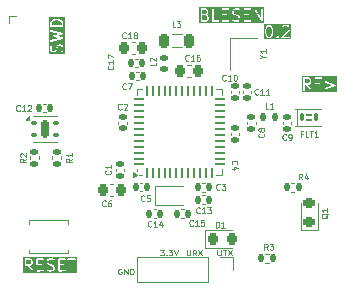
<source format=gbr>
%TF.GenerationSoftware,KiCad,Pcbnew,8.0.3*%
%TF.CreationDate,2024-06-25T07:20:22+02:00*%
%TF.ProjectId,BLESEN,424c4553-454e-42e6-9b69-6361645f7063,rev?*%
%TF.SameCoordinates,Original*%
%TF.FileFunction,Legend,Top*%
%TF.FilePolarity,Positive*%
%FSLAX46Y46*%
G04 Gerber Fmt 4.6, Leading zero omitted, Abs format (unit mm)*
G04 Created by KiCad (PCBNEW 8.0.3) date 2024-06-25 07:20:22*
%MOMM*%
%LPD*%
G01*
G04 APERTURE LIST*
G04 Aperture macros list*
%AMRoundRect*
0 Rectangle with rounded corners*
0 $1 Rounding radius*
0 $2 $3 $4 $5 $6 $7 $8 $9 X,Y pos of 4 corners*
0 Add a 4 corners polygon primitive as box body*
4,1,4,$2,$3,$4,$5,$6,$7,$8,$9,$2,$3,0*
0 Add four circle primitives for the rounded corners*
1,1,$1+$1,$2,$3*
1,1,$1+$1,$4,$5*
1,1,$1+$1,$6,$7*
1,1,$1+$1,$8,$9*
0 Add four rect primitives between the rounded corners*
20,1,$1+$1,$2,$3,$4,$5,0*
20,1,$1+$1,$4,$5,$6,$7,0*
20,1,$1+$1,$6,$7,$8,$9,0*
20,1,$1+$1,$8,$9,$2,$3,0*%
G04 Aperture macros list end*
%ADD10C,0.140000*%
%ADD11C,0.125000*%
%ADD12C,0.100000*%
%ADD13C,0.120000*%
%ADD14RoundRect,0.147500X0.172500X-0.147500X0.172500X0.147500X-0.172500X0.147500X-0.172500X-0.147500X0*%
%ADD15R,0.900000X1.700000*%
%ADD16RoundRect,0.140000X-0.140000X-0.170000X0.140000X-0.170000X0.140000X0.170000X-0.140000X0.170000X0*%
%ADD17RoundRect,0.068750X0.068750X-0.281250X0.068750X0.281250X-0.068750X0.281250X-0.068750X-0.281250X0*%
%ADD18RoundRect,0.061250X-0.163750X-0.061250X0.163750X-0.061250X0.163750X0.061250X-0.163750X0.061250X0*%
%ADD19R,1.350000X1.350000*%
%ADD20O,1.350000X1.350000*%
%ADD21RoundRect,0.140000X-0.170000X0.140000X-0.170000X-0.140000X0.170000X-0.140000X0.170000X0.140000X0*%
%ADD22RoundRect,0.135000X0.185000X-0.135000X0.185000X0.135000X-0.185000X0.135000X-0.185000X-0.135000X0*%
%ADD23RoundRect,0.218750X0.256250X-0.218750X0.256250X0.218750X-0.256250X0.218750X-0.256250X-0.218750X0*%
%ADD24C,2.200000*%
%ADD25RoundRect,0.225000X-0.225000X-0.250000X0.225000X-0.250000X0.225000X0.250000X-0.225000X0.250000X0*%
%ADD26R,0.600000X1.100000*%
%ADD27RoundRect,0.225000X0.225000X0.250000X-0.225000X0.250000X-0.225000X-0.250000X0.225000X-0.250000X0*%
%ADD28RoundRect,0.140000X0.170000X-0.140000X0.170000X0.140000X-0.170000X0.140000X-0.170000X-0.140000X0*%
%ADD29RoundRect,0.087500X-0.187500X-0.087500X0.187500X-0.087500X0.187500X0.087500X-0.187500X0.087500X0*%
%ADD30RoundRect,0.175000X-0.175000X-0.625000X0.175000X-0.625000X0.175000X0.625000X-0.175000X0.625000X0*%
%ADD31RoundRect,0.135000X-0.135000X-0.185000X0.135000X-0.185000X0.135000X0.185000X-0.135000X0.185000X0*%
%ADD32RoundRect,0.140000X0.140000X0.170000X-0.140000X0.170000X-0.140000X-0.170000X0.140000X-0.170000X0*%
%ADD33RoundRect,0.218750X-0.218750X-0.381250X0.218750X-0.381250X0.218750X0.381250X-0.218750X0.381250X0*%
%ADD34RoundRect,0.147500X-0.147500X-0.172500X0.147500X-0.172500X0.147500X0.172500X-0.147500X0.172500X0*%
%ADD35RoundRect,0.218750X-0.218750X-0.256250X0.218750X-0.256250X0.218750X0.256250X-0.218750X0.256250X0*%
%ADD36C,1.000000*%
%ADD37R,0.800000X0.900000*%
%ADD38C,0.990600*%
%ADD39C,0.787400*%
%ADD40RoundRect,0.062500X0.062500X-0.375000X0.062500X0.375000X-0.062500X0.375000X-0.062500X-0.375000X0*%
%ADD41RoundRect,0.062500X0.375000X-0.062500X0.375000X0.062500X-0.375000X0.062500X-0.375000X-0.062500X0*%
%ADD42R,5.600000X5.600000*%
G04 APERTURE END LIST*
D10*
G36*
X131557440Y-99767944D02*
G01*
X131592898Y-99799603D01*
X131631930Y-99870442D01*
X131635384Y-99980423D01*
X131604024Y-100049957D01*
X131572362Y-100085418D01*
X131501853Y-100124269D01*
X131355304Y-100126184D01*
X131353154Y-100125805D01*
X131352560Y-100126220D01*
X131197387Y-100128248D01*
X131195369Y-99739487D01*
X131485926Y-99735690D01*
X131557440Y-99767944D01*
G37*
G36*
X135496459Y-100851450D02*
G01*
X130949089Y-100851450D01*
X130949089Y-99670339D01*
X131060200Y-99670339D01*
X131065528Y-100697127D01*
X131103412Y-100735011D01*
X131156988Y-100735011D01*
X131194872Y-100697127D01*
X131200200Y-100670339D01*
X131198087Y-100263260D01*
X131330376Y-100261532D01*
X131664009Y-100729372D01*
X131716769Y-100738682D01*
X131760661Y-100707959D01*
X131769971Y-100655198D01*
X131758974Y-100630197D01*
X131494537Y-100259387D01*
X131502064Y-100259288D01*
X131516114Y-100263972D01*
X131534776Y-100258861D01*
X131537940Y-100258820D01*
X131539076Y-100257683D01*
X131542457Y-100256758D01*
X131625139Y-100211201D01*
X131633178Y-100211201D01*
X131655887Y-100196026D01*
X131658992Y-100192548D01*
X131659272Y-100192394D01*
X131659356Y-100192140D01*
X131693479Y-100153923D01*
X131699873Y-100151792D01*
X131716619Y-100130215D01*
X131718630Y-100125754D01*
X131718681Y-100125698D01*
X131718681Y-100125642D01*
X131757755Y-100039004D01*
X131766300Y-100030460D01*
X131770000Y-100011852D01*
X131771452Y-100008635D01*
X131770944Y-100007110D01*
X131771628Y-100003672D01*
X131767370Y-99868098D01*
X131771452Y-99855852D01*
X131766406Y-99837429D01*
X131766300Y-99834027D01*
X131765163Y-99832890D01*
X131764238Y-99829510D01*
X131718681Y-99746829D01*
X131718681Y-99738789D01*
X131703506Y-99716079D01*
X131700025Y-99712971D01*
X131699873Y-99712695D01*
X131699622Y-99712611D01*
X131661403Y-99678487D01*
X131659272Y-99672093D01*
X131657012Y-99670339D01*
X132060200Y-99670339D01*
X132065528Y-100697127D01*
X132103412Y-100735011D01*
X132130200Y-100740339D01*
X132633178Y-100735011D01*
X132671062Y-100697127D01*
X132671062Y-100643551D01*
X132633178Y-100605667D01*
X132606390Y-100600339D01*
X132199859Y-100604645D01*
X132197839Y-100215528D01*
X132490321Y-100211201D01*
X132528205Y-100173317D01*
X132528205Y-100119741D01*
X132490321Y-100081857D01*
X132463533Y-100076529D01*
X132197139Y-100080470D01*
X132195999Y-99860815D01*
X132917343Y-99860815D01*
X132921231Y-99949876D01*
X132917519Y-99961015D01*
X132922514Y-99979256D01*
X132922671Y-99982841D01*
X132923807Y-99983977D01*
X132924733Y-99987358D01*
X132970290Y-100070039D01*
X132970290Y-100078079D01*
X132985465Y-100100788D01*
X132988942Y-100103893D01*
X132989097Y-100104173D01*
X132989350Y-100104257D01*
X133027567Y-100138380D01*
X133029699Y-100144774D01*
X133051276Y-100161520D01*
X133055736Y-100163531D01*
X133055793Y-100163582D01*
X133055848Y-100163582D01*
X133133697Y-100198692D01*
X133136146Y-100202773D01*
X133160842Y-100214439D01*
X133332048Y-100252922D01*
X133336990Y-100256758D01*
X133414583Y-100291753D01*
X133450041Y-100323412D01*
X133489201Y-100394484D01*
X133491968Y-100457853D01*
X133461167Y-100526147D01*
X133429505Y-100561609D01*
X133358873Y-100600528D01*
X133153609Y-100604657D01*
X133152335Y-100603931D01*
X132982381Y-100552896D01*
X132934461Y-100576856D01*
X132917519Y-100627682D01*
X132941479Y-100675602D01*
X132965207Y-100689128D01*
X133097149Y-100728748D01*
X133103412Y-100735011D01*
X133130200Y-100740339D01*
X133359922Y-100735718D01*
X133373257Y-100740163D01*
X133391831Y-100735076D01*
X133395083Y-100735011D01*
X133396219Y-100733874D01*
X133399600Y-100732949D01*
X133482282Y-100687392D01*
X133490322Y-100687392D01*
X133513031Y-100672217D01*
X133516137Y-100668738D01*
X133516415Y-100668585D01*
X133516499Y-100668332D01*
X133550622Y-100630113D01*
X133557016Y-100627982D01*
X133573762Y-100606405D01*
X133575774Y-100601942D01*
X133575824Y-100601887D01*
X133575824Y-100601832D01*
X133614898Y-100515194D01*
X133623443Y-100506650D01*
X133627143Y-100488042D01*
X133628595Y-100484825D01*
X133628087Y-100483300D01*
X133628771Y-100479862D01*
X133624882Y-100390799D01*
X133628595Y-100379661D01*
X133623599Y-100361419D01*
X133623443Y-100357836D01*
X133622306Y-100356699D01*
X133621381Y-100353319D01*
X133575824Y-100270638D01*
X133575824Y-100262598D01*
X133560649Y-100239888D01*
X133557168Y-100236780D01*
X133557016Y-100236504D01*
X133556765Y-100236420D01*
X133518546Y-100202296D01*
X133516415Y-100195902D01*
X133494838Y-100179157D01*
X133490377Y-100177145D01*
X133490321Y-100177095D01*
X133490266Y-100177095D01*
X133412416Y-100141984D01*
X133409968Y-100137904D01*
X133385272Y-100126238D01*
X133214066Y-100087754D01*
X133209124Y-100083919D01*
X133131533Y-100048925D01*
X133096072Y-100017263D01*
X133056912Y-99946193D01*
X133054145Y-99882823D01*
X133084948Y-99814526D01*
X133116607Y-99779068D01*
X133187242Y-99740149D01*
X133392503Y-99736020D01*
X133393778Y-99736747D01*
X133563733Y-99787782D01*
X133611653Y-99763822D01*
X133628595Y-99712996D01*
X133607266Y-99670339D01*
X133917343Y-99670339D01*
X133922671Y-100697127D01*
X133960555Y-100735011D01*
X133987343Y-100740339D01*
X134490321Y-100735011D01*
X134528205Y-100697127D01*
X134528205Y-100643551D01*
X134490321Y-100605667D01*
X134463533Y-100600339D01*
X134057002Y-100604645D01*
X134054982Y-100215528D01*
X134347464Y-100211201D01*
X134385348Y-100173317D01*
X134385348Y-100119741D01*
X134347464Y-100081857D01*
X134320676Y-100076529D01*
X134054282Y-100080470D01*
X134052513Y-99739648D01*
X134490321Y-99735011D01*
X134528205Y-99697127D01*
X134528205Y-99643551D01*
X134684576Y-99643551D01*
X134684576Y-99697127D01*
X134722460Y-99735011D01*
X134749248Y-99740339D01*
X134965315Y-99738414D01*
X134970290Y-100697127D01*
X135008174Y-100735011D01*
X135061750Y-100735011D01*
X135099634Y-100697127D01*
X135104962Y-100670339D01*
X135100120Y-99737213D01*
X135347464Y-99735011D01*
X135385348Y-99697127D01*
X135385348Y-99643551D01*
X135347464Y-99605667D01*
X135320676Y-99600339D01*
X134722460Y-99605667D01*
X134684576Y-99643551D01*
X134528205Y-99643551D01*
X134490321Y-99605667D01*
X134463533Y-99600339D01*
X133960555Y-99605667D01*
X133922671Y-99643551D01*
X133917343Y-99670339D01*
X133607266Y-99670339D01*
X133604635Y-99665076D01*
X133580906Y-99651550D01*
X133448964Y-99611929D01*
X133442702Y-99605667D01*
X133415914Y-99600339D01*
X133186190Y-99604959D01*
X133172856Y-99600515D01*
X133154282Y-99605601D01*
X133151031Y-99605667D01*
X133149894Y-99606803D01*
X133146514Y-99607729D01*
X133063833Y-99653286D01*
X133055793Y-99653286D01*
X133033083Y-99668461D01*
X133029975Y-99671941D01*
X133029699Y-99672094D01*
X133029615Y-99672344D01*
X132995491Y-99710563D01*
X132989097Y-99712695D01*
X132972352Y-99734272D01*
X132970340Y-99738732D01*
X132970290Y-99738789D01*
X132970290Y-99738844D01*
X132931216Y-99825481D01*
X132922671Y-99834027D01*
X132918969Y-99852636D01*
X132917519Y-99855853D01*
X132918026Y-99857376D01*
X132917343Y-99860815D01*
X132195999Y-99860815D01*
X132195370Y-99739648D01*
X132633178Y-99735011D01*
X132671062Y-99697127D01*
X132671062Y-99643551D01*
X132633178Y-99605667D01*
X132606390Y-99600339D01*
X132103412Y-99605667D01*
X132065528Y-99643551D01*
X132060200Y-99670339D01*
X131657012Y-99670339D01*
X131637695Y-99655348D01*
X131633234Y-99653336D01*
X131633178Y-99653286D01*
X131633123Y-99653286D01*
X131546485Y-99614212D01*
X131537940Y-99605667D01*
X131519330Y-99601965D01*
X131516114Y-99600515D01*
X131514590Y-99601022D01*
X131511152Y-99600339D01*
X131103412Y-99605667D01*
X131065528Y-99643551D01*
X131060200Y-99670339D01*
X130949089Y-99670339D01*
X130949089Y-99489228D01*
X135496459Y-99489228D01*
X135496459Y-100851450D01*
G37*
D11*
G36*
X146333900Y-79056602D02*
G01*
X146458016Y-79094247D01*
X146489288Y-79122420D01*
X146529493Y-79195993D01*
X146532733Y-79309553D01*
X146499851Y-79381790D01*
X146466644Y-79418649D01*
X146393331Y-79458712D01*
X146082557Y-79462364D01*
X146080683Y-79059005D01*
X146332238Y-79055654D01*
X146333900Y-79056602D01*
G37*
G36*
X146404814Y-78613027D02*
G01*
X146441669Y-78646230D01*
X146481975Y-78719988D01*
X146484642Y-78786781D01*
X146452231Y-78857983D01*
X146419028Y-78894838D01*
X146345689Y-78934915D01*
X146080123Y-78938452D01*
X146078470Y-78582844D01*
X146331114Y-78579479D01*
X146404814Y-78613027D01*
G37*
G36*
X151336799Y-79694730D02*
G01*
X145846720Y-79694730D01*
X145846720Y-78521119D01*
X145957831Y-78521119D01*
X145962589Y-79545037D01*
X145996413Y-79578861D01*
X146020331Y-79583619D01*
X146393046Y-79579238D01*
X146405713Y-79583461D01*
X146422393Y-79578893D01*
X146425201Y-79578861D01*
X146426214Y-79577847D01*
X146429234Y-79577021D01*
X146513007Y-79531242D01*
X146520439Y-79531242D01*
X146540716Y-79517694D01*
X146543542Y-79514556D01*
X146543737Y-79514450D01*
X146543794Y-79514276D01*
X146579091Y-79475095D01*
X146585090Y-79473096D01*
X146600042Y-79453831D01*
X146601874Y-79449805D01*
X146601882Y-79449797D01*
X146601882Y-79449788D01*
X146641661Y-79362399D01*
X146649501Y-79354560D01*
X146652816Y-79337894D01*
X146654101Y-79335072D01*
X146653648Y-79333713D01*
X146654259Y-79330642D01*
X146650375Y-79194530D01*
X146654101Y-79183355D01*
X146649586Y-79166866D01*
X146649501Y-79163867D01*
X146648487Y-79162853D01*
X146647661Y-79159834D01*
X146601882Y-79076059D01*
X146601882Y-79068630D01*
X146588334Y-79048353D01*
X146585197Y-79045526D01*
X146585090Y-79045331D01*
X146584914Y-79045272D01*
X146541854Y-79006479D01*
X146537471Y-78997713D01*
X146522906Y-78989409D01*
X146520438Y-78987186D01*
X146519006Y-78987186D01*
X146516285Y-78985635D01*
X146503909Y-78981881D01*
X146531471Y-78951286D01*
X146537471Y-78949287D01*
X146552423Y-78930022D01*
X146554255Y-78925996D01*
X146554263Y-78925988D01*
X146554263Y-78925979D01*
X146594042Y-78838590D01*
X146601882Y-78830751D01*
X146605197Y-78814085D01*
X146606482Y-78811263D01*
X146606029Y-78809904D01*
X146606640Y-78806833D01*
X146603069Y-78717404D01*
X146606482Y-78707165D01*
X146602007Y-78690823D01*
X146601882Y-78687677D01*
X146600868Y-78686663D01*
X146600042Y-78683644D01*
X146554263Y-78599869D01*
X146554263Y-78592440D01*
X146540715Y-78572163D01*
X146537578Y-78569336D01*
X146537471Y-78569141D01*
X146537295Y-78569082D01*
X146498117Y-78533787D01*
X146496118Y-78527788D01*
X146487525Y-78521119D01*
X146957831Y-78521119D01*
X146962589Y-79545037D01*
X146996413Y-79578861D01*
X147020331Y-79583619D01*
X147520439Y-79578861D01*
X147554263Y-79545037D01*
X147554263Y-79497201D01*
X147520439Y-79463377D01*
X147496521Y-79458619D01*
X147082558Y-79462557D01*
X147078184Y-78521119D01*
X147767355Y-78521119D01*
X147772113Y-79545037D01*
X147805937Y-79578861D01*
X147829855Y-79583619D01*
X148329963Y-79578861D01*
X148363787Y-79545037D01*
X148363787Y-79497201D01*
X148329963Y-79463377D01*
X148306045Y-79458619D01*
X147892082Y-79462557D01*
X147890207Y-79059005D01*
X148187106Y-79055051D01*
X148220930Y-79021227D01*
X148220930Y-78973391D01*
X148187106Y-78939567D01*
X148163188Y-78934809D01*
X147889647Y-78938452D01*
X147888593Y-78711595D01*
X148624498Y-78711595D01*
X148628068Y-78801023D01*
X148624656Y-78811263D01*
X148629130Y-78827604D01*
X148629256Y-78830751D01*
X148630269Y-78831764D01*
X148631096Y-78834784D01*
X148676875Y-78918558D01*
X148676875Y-78925988D01*
X148690423Y-78946265D01*
X148693559Y-78949091D01*
X148693667Y-78949287D01*
X148693842Y-78949345D01*
X148733020Y-78984640D01*
X148735020Y-78990640D01*
X148754285Y-79005592D01*
X148758310Y-79007424D01*
X148758319Y-79007432D01*
X148758327Y-79007432D01*
X148837958Y-79043680D01*
X148840266Y-79047526D01*
X148862316Y-79057943D01*
X149035403Y-79097263D01*
X149039999Y-79100830D01*
X149119100Y-79136836D01*
X149155955Y-79170039D01*
X149196261Y-79243797D01*
X149198928Y-79310590D01*
X149166518Y-79381790D01*
X149133311Y-79418649D01*
X149059902Y-79458765D01*
X148850907Y-79462560D01*
X148849619Y-79461826D01*
X148682567Y-79411158D01*
X148639783Y-79432550D01*
X148624656Y-79477931D01*
X148646048Y-79520715D01*
X148667234Y-79532793D01*
X148800197Y-79573121D01*
X148805937Y-79578861D01*
X148829855Y-79583619D01*
X149060299Y-79579434D01*
X149072380Y-79583461D01*
X149088989Y-79578913D01*
X149091868Y-79578861D01*
X149092881Y-79577847D01*
X149095901Y-79577021D01*
X149179674Y-79531242D01*
X149187106Y-79531242D01*
X149207383Y-79517694D01*
X149210209Y-79514556D01*
X149210404Y-79514450D01*
X149210461Y-79514276D01*
X149245758Y-79475095D01*
X149251757Y-79473096D01*
X149266709Y-79453831D01*
X149268541Y-79449805D01*
X149268549Y-79449797D01*
X149268549Y-79449788D01*
X149308328Y-79362399D01*
X149316168Y-79354560D01*
X149319483Y-79337894D01*
X149320768Y-79335072D01*
X149320315Y-79333713D01*
X149320926Y-79330642D01*
X149317355Y-79241213D01*
X149320768Y-79230974D01*
X149316293Y-79214632D01*
X149316168Y-79211486D01*
X149315154Y-79210472D01*
X149314328Y-79207453D01*
X149268549Y-79123678D01*
X149268549Y-79116249D01*
X149255001Y-79095972D01*
X149251864Y-79093145D01*
X149251757Y-79092950D01*
X149251581Y-79092891D01*
X149212403Y-79057596D01*
X149210404Y-79051597D01*
X149191139Y-79036645D01*
X149187113Y-79034812D01*
X149187105Y-79034805D01*
X149187097Y-79034805D01*
X149107465Y-78998556D01*
X149105158Y-78994711D01*
X149083108Y-78984294D01*
X148910020Y-78944973D01*
X148905425Y-78941407D01*
X148826323Y-78905400D01*
X148789468Y-78872197D01*
X148749162Y-78798439D01*
X148746495Y-78731646D01*
X148778906Y-78660444D01*
X148812109Y-78623589D01*
X148885521Y-78583472D01*
X149094516Y-78579677D01*
X149095805Y-78580412D01*
X149262857Y-78631080D01*
X149305641Y-78609688D01*
X149320768Y-78564307D01*
X149299376Y-78521523D01*
X149298667Y-78521119D01*
X149624498Y-78521119D01*
X149629256Y-79545037D01*
X149663080Y-79578861D01*
X149686998Y-79583619D01*
X150187106Y-79578861D01*
X150220930Y-79545037D01*
X150220930Y-79497201D01*
X150187106Y-79463377D01*
X150163188Y-79458619D01*
X149749225Y-79462557D01*
X149747350Y-79059005D01*
X150044249Y-79055051D01*
X150078073Y-79021227D01*
X150078073Y-78973391D01*
X150044249Y-78939567D01*
X150020331Y-78934809D01*
X149746790Y-78938452D01*
X149745139Y-78583065D01*
X150187106Y-78578861D01*
X150220930Y-78545037D01*
X150220930Y-78521119D01*
X150529260Y-78521119D01*
X150534018Y-79545037D01*
X150567842Y-79578861D01*
X150615678Y-79578861D01*
X150649502Y-79545037D01*
X150654260Y-79521119D01*
X150650668Y-78748334D01*
X151105407Y-79536703D01*
X151105446Y-79545037D01*
X151116713Y-79556304D01*
X151124921Y-79570534D01*
X151133201Y-79572792D01*
X151139270Y-79578861D01*
X151155453Y-79578861D01*
X151171069Y-79583120D01*
X151178522Y-79578861D01*
X151187106Y-79578861D01*
X151198549Y-79567417D01*
X151212603Y-79559387D01*
X151214861Y-79551105D01*
X151220930Y-79545037D01*
X151225688Y-79521119D01*
X151220930Y-78497201D01*
X151187106Y-78463377D01*
X151139270Y-78463377D01*
X151105446Y-78497201D01*
X151100688Y-78521119D01*
X151104279Y-79293903D01*
X150649540Y-78505534D01*
X150649502Y-78497201D01*
X150638234Y-78485933D01*
X150630027Y-78471704D01*
X150621746Y-78469445D01*
X150615678Y-78463377D01*
X150599495Y-78463377D01*
X150583879Y-78459118D01*
X150576426Y-78463377D01*
X150567842Y-78463377D01*
X150556396Y-78474822D01*
X150542345Y-78482852D01*
X150540086Y-78491132D01*
X150534018Y-78497201D01*
X150529260Y-78521119D01*
X150220930Y-78521119D01*
X150220930Y-78497201D01*
X150187106Y-78463377D01*
X150163188Y-78458619D01*
X149663080Y-78463377D01*
X149629256Y-78497201D01*
X149624498Y-78521119D01*
X149298667Y-78521119D01*
X149278190Y-78509445D01*
X149145226Y-78469116D01*
X149139487Y-78463377D01*
X149115569Y-78458619D01*
X148885124Y-78462803D01*
X148873044Y-78458777D01*
X148856434Y-78463324D01*
X148853556Y-78463377D01*
X148852542Y-78464390D01*
X148849523Y-78465217D01*
X148765749Y-78510996D01*
X148758319Y-78510996D01*
X148738042Y-78524544D01*
X148735215Y-78527680D01*
X148735020Y-78527788D01*
X148734961Y-78527963D01*
X148699666Y-78567141D01*
X148693667Y-78569141D01*
X148678715Y-78588406D01*
X148676882Y-78592431D01*
X148676875Y-78592440D01*
X148676875Y-78592448D01*
X148637095Y-78679837D01*
X148629256Y-78687677D01*
X148625940Y-78704342D01*
X148624656Y-78707165D01*
X148625108Y-78708523D01*
X148624498Y-78711595D01*
X147888593Y-78711595D01*
X147887996Y-78583065D01*
X148329963Y-78578861D01*
X148363787Y-78545037D01*
X148363787Y-78497201D01*
X148329963Y-78463377D01*
X148306045Y-78458619D01*
X147805937Y-78463377D01*
X147772113Y-78497201D01*
X147767355Y-78521119D01*
X147078184Y-78521119D01*
X147078073Y-78497201D01*
X147044249Y-78463377D01*
X146996413Y-78463377D01*
X146962589Y-78497201D01*
X146957831Y-78521119D01*
X146487525Y-78521119D01*
X146476853Y-78512836D01*
X146472827Y-78511003D01*
X146472819Y-78510996D01*
X146472811Y-78510996D01*
X146385421Y-78471216D01*
X146377582Y-78463377D01*
X146360916Y-78460061D01*
X146358094Y-78458777D01*
X146356735Y-78459229D01*
X146353664Y-78458619D01*
X145996413Y-78463377D01*
X145962589Y-78497201D01*
X145957831Y-78521119D01*
X145846720Y-78521119D01*
X145846720Y-78347508D01*
X151336799Y-78347508D01*
X151336799Y-79694730D01*
G37*
D12*
X147384836Y-98945847D02*
X147384836Y-99269657D01*
X147384836Y-99269657D02*
X147408646Y-99307752D01*
X147408646Y-99307752D02*
X147432455Y-99326800D01*
X147432455Y-99326800D02*
X147480074Y-99345847D01*
X147480074Y-99345847D02*
X147575312Y-99345847D01*
X147575312Y-99345847D02*
X147622931Y-99326800D01*
X147622931Y-99326800D02*
X147646741Y-99307752D01*
X147646741Y-99307752D02*
X147670550Y-99269657D01*
X147670550Y-99269657D02*
X147670550Y-98945847D01*
X147837218Y-98945847D02*
X148122932Y-98945847D01*
X147980075Y-99345847D02*
X147980075Y-98945847D01*
X148241979Y-98945847D02*
X148575312Y-99345847D01*
X148575312Y-98945847D02*
X148241979Y-99345847D01*
D10*
G36*
X155117716Y-84452944D02*
G01*
X155153174Y-84484603D01*
X155192206Y-84555442D01*
X155195660Y-84665423D01*
X155164300Y-84734957D01*
X155132638Y-84770418D01*
X155062129Y-84809269D01*
X154915580Y-84811184D01*
X154913430Y-84810805D01*
X154912836Y-84811220D01*
X154757663Y-84813248D01*
X154755645Y-84424487D01*
X155046202Y-84420690D01*
X155117716Y-84452944D01*
G37*
G36*
X157490595Y-85534793D02*
G01*
X154509365Y-85534793D01*
X154509365Y-84355339D01*
X154620476Y-84355339D01*
X154625804Y-85382127D01*
X154663688Y-85420011D01*
X154717264Y-85420011D01*
X154755148Y-85382127D01*
X154760476Y-85355339D01*
X154758363Y-84948260D01*
X154890652Y-84946532D01*
X155224285Y-85414372D01*
X155277045Y-85423682D01*
X155320937Y-85392959D01*
X155330247Y-85340198D01*
X155319250Y-85315197D01*
X155054813Y-84944387D01*
X155062340Y-84944288D01*
X155076390Y-84948972D01*
X155095052Y-84943861D01*
X155098216Y-84943820D01*
X155099352Y-84942683D01*
X155102733Y-84941758D01*
X155185415Y-84896201D01*
X155193454Y-84896201D01*
X155216163Y-84881026D01*
X155219268Y-84877548D01*
X155219548Y-84877394D01*
X155219632Y-84877140D01*
X155253755Y-84838923D01*
X155260149Y-84836792D01*
X155276895Y-84815215D01*
X155278906Y-84810754D01*
X155278957Y-84810698D01*
X155278957Y-84810642D01*
X155318031Y-84724004D01*
X155326576Y-84715460D01*
X155330276Y-84696852D01*
X155331728Y-84693635D01*
X155331220Y-84692110D01*
X155331904Y-84688672D01*
X155327646Y-84553098D01*
X155331728Y-84540852D01*
X155326682Y-84522429D01*
X155326576Y-84519027D01*
X155325439Y-84517890D01*
X155324514Y-84514510D01*
X155278957Y-84431829D01*
X155278957Y-84423789D01*
X155263782Y-84401079D01*
X155260301Y-84397971D01*
X155260149Y-84397695D01*
X155259898Y-84397611D01*
X155221679Y-84363487D01*
X155219548Y-84357093D01*
X155217288Y-84355339D01*
X155620476Y-84355339D01*
X155625804Y-85382127D01*
X155663688Y-85420011D01*
X155717264Y-85420011D01*
X155755148Y-85382127D01*
X155760476Y-85355339D01*
X155758115Y-84900528D01*
X156050597Y-84896201D01*
X156088481Y-84858317D01*
X156088481Y-84804741D01*
X156050597Y-84766857D01*
X156023809Y-84761529D01*
X155757415Y-84765470D01*
X155757029Y-84691047D01*
X156477659Y-84691047D01*
X156499829Y-84739820D01*
X156523040Y-84754215D01*
X157117499Y-84972848D01*
X156499829Y-85208952D01*
X156477659Y-85257725D01*
X156496471Y-85307890D01*
X156545244Y-85330060D01*
X156572198Y-85325643D01*
X157309962Y-85043633D01*
X157311899Y-85044346D01*
X157331985Y-85035215D01*
X157357314Y-85025534D01*
X157358363Y-85023225D01*
X157360673Y-85022176D01*
X157369311Y-84999140D01*
X157379484Y-84976760D01*
X157378593Y-84974386D01*
X157379484Y-84972012D01*
X157369311Y-84949631D01*
X157360673Y-84926596D01*
X157358363Y-84925546D01*
X157357314Y-84923238D01*
X157334103Y-84908843D01*
X156545244Y-84618712D01*
X156496471Y-84640882D01*
X156477659Y-84691047D01*
X155757029Y-84691047D01*
X155755646Y-84424648D01*
X156193454Y-84420011D01*
X156231338Y-84382127D01*
X156231338Y-84328551D01*
X156193454Y-84290667D01*
X156166666Y-84285339D01*
X155663688Y-84290667D01*
X155625804Y-84328551D01*
X155620476Y-84355339D01*
X155217288Y-84355339D01*
X155197971Y-84340348D01*
X155193510Y-84338336D01*
X155193454Y-84338286D01*
X155193399Y-84338286D01*
X155106761Y-84299212D01*
X155098216Y-84290667D01*
X155079606Y-84286965D01*
X155076390Y-84285515D01*
X155074866Y-84286022D01*
X155071428Y-84285339D01*
X154663688Y-84290667D01*
X154625804Y-84328551D01*
X154620476Y-84355339D01*
X154509365Y-84355339D01*
X154509365Y-84174228D01*
X157490595Y-84174228D01*
X157490595Y-85534793D01*
G37*
D12*
X144784836Y-98945847D02*
X144784836Y-99269657D01*
X144784836Y-99269657D02*
X144808646Y-99307752D01*
X144808646Y-99307752D02*
X144832455Y-99326800D01*
X144832455Y-99326800D02*
X144880074Y-99345847D01*
X144880074Y-99345847D02*
X144975312Y-99345847D01*
X144975312Y-99345847D02*
X145022931Y-99326800D01*
X145022931Y-99326800D02*
X145046741Y-99307752D01*
X145046741Y-99307752D02*
X145070550Y-99269657D01*
X145070550Y-99269657D02*
X145070550Y-98945847D01*
X145594360Y-99345847D02*
X145427694Y-99155371D01*
X145308646Y-99345847D02*
X145308646Y-98945847D01*
X145308646Y-98945847D02*
X145499122Y-98945847D01*
X145499122Y-98945847D02*
X145546741Y-98964895D01*
X145546741Y-98964895D02*
X145570551Y-98983942D01*
X145570551Y-98983942D02*
X145594360Y-99022038D01*
X145594360Y-99022038D02*
X145594360Y-99079180D01*
X145594360Y-99079180D02*
X145570551Y-99117276D01*
X145570551Y-99117276D02*
X145546741Y-99136323D01*
X145546741Y-99136323D02*
X145499122Y-99155371D01*
X145499122Y-99155371D02*
X145308646Y-99155371D01*
X145761027Y-98945847D02*
X146094360Y-99345847D01*
X146094360Y-98945847D02*
X145761027Y-99345847D01*
D10*
G36*
X133824790Y-79471043D02*
G01*
X133995996Y-79509526D01*
X134000938Y-79513362D01*
X134078480Y-79548334D01*
X134159357Y-79624042D01*
X134200438Y-79735964D01*
X134200339Y-79736466D01*
X134203727Y-79904906D01*
X133339028Y-79909393D01*
X133336020Y-79759876D01*
X133336747Y-79758602D01*
X133373305Y-79636856D01*
X133444276Y-79561042D01*
X133444501Y-79560981D01*
X133520908Y-79518881D01*
X133525411Y-79518662D01*
X133694116Y-79472179D01*
X133698910Y-79473133D01*
X133821091Y-79469295D01*
X133824790Y-79471043D01*
G37*
G36*
X134451450Y-82298529D02*
G01*
X133089228Y-82298529D01*
X133089228Y-81688847D01*
X133200339Y-81688847D01*
X133204959Y-81918569D01*
X133200515Y-81931904D01*
X133205601Y-81950478D01*
X133205667Y-81953730D01*
X133206803Y-81954866D01*
X133207729Y-81958247D01*
X133253286Y-82040928D01*
X133253286Y-82048968D01*
X133268461Y-82071677D01*
X133271938Y-82074782D01*
X133272093Y-82075062D01*
X133272346Y-82075146D01*
X133310563Y-82109269D01*
X133312695Y-82115663D01*
X133334272Y-82132409D01*
X133338732Y-82134420D01*
X133338789Y-82134471D01*
X133338844Y-82134471D01*
X133425482Y-82173545D01*
X133434027Y-82182090D01*
X133452634Y-82185790D01*
X133455852Y-82187242D01*
X133457376Y-82186734D01*
X133460815Y-82187418D01*
X133549876Y-82183529D01*
X133561015Y-82187242D01*
X133579256Y-82182246D01*
X133582841Y-82182090D01*
X133583977Y-82180953D01*
X133587358Y-82180028D01*
X133670040Y-82134471D01*
X133678079Y-82134471D01*
X133700788Y-82119296D01*
X133703893Y-82115818D01*
X133704173Y-82115664D01*
X133704257Y-82115410D01*
X133738380Y-82077193D01*
X133744774Y-82075062D01*
X133761520Y-82053485D01*
X133763531Y-82049024D01*
X133763582Y-82048968D01*
X133763582Y-82048912D01*
X133798692Y-81971063D01*
X133802773Y-81968615D01*
X133814439Y-81943919D01*
X133852922Y-81772712D01*
X133856758Y-81767771D01*
X133891753Y-81690177D01*
X133923412Y-81654719D01*
X133994484Y-81615559D01*
X134057853Y-81612792D01*
X134126148Y-81643594D01*
X134161609Y-81675255D01*
X134200528Y-81745889D01*
X134204657Y-81951151D01*
X134203931Y-81952426D01*
X134152896Y-82122380D01*
X134176856Y-82170300D01*
X134227682Y-82187242D01*
X134275602Y-82163282D01*
X134289128Y-82139554D01*
X134328748Y-82007611D01*
X134335011Y-82001349D01*
X134340339Y-81974561D01*
X134335718Y-81744837D01*
X134340163Y-81731503D01*
X134335076Y-81712929D01*
X134335011Y-81709678D01*
X134333874Y-81708541D01*
X134332949Y-81705161D01*
X134287392Y-81622480D01*
X134287392Y-81614439D01*
X134272217Y-81591730D01*
X134268736Y-81588622D01*
X134268584Y-81588346D01*
X134268333Y-81588262D01*
X134230113Y-81554138D01*
X134227982Y-81547744D01*
X134206405Y-81530999D01*
X134201942Y-81528986D01*
X134201887Y-81528937D01*
X134201833Y-81528937D01*
X134115195Y-81489863D01*
X134106650Y-81481318D01*
X134088040Y-81477616D01*
X134084824Y-81476166D01*
X134083300Y-81476673D01*
X134079862Y-81475990D01*
X133990799Y-81479878D01*
X133979661Y-81476166D01*
X133961419Y-81481161D01*
X133957836Y-81481318D01*
X133956699Y-81482454D01*
X133953319Y-81483380D01*
X133870638Y-81528937D01*
X133862598Y-81528937D01*
X133839888Y-81544112D01*
X133836780Y-81547592D01*
X133836504Y-81547745D01*
X133836420Y-81547995D01*
X133802296Y-81586214D01*
X133795902Y-81588346D01*
X133779157Y-81609923D01*
X133777145Y-81614383D01*
X133777095Y-81614440D01*
X133777095Y-81614495D01*
X133741984Y-81692344D01*
X133737904Y-81694793D01*
X133726238Y-81719489D01*
X133687754Y-81890694D01*
X133683919Y-81895637D01*
X133648925Y-81973227D01*
X133617263Y-82008688D01*
X133546193Y-82047848D01*
X133482823Y-82050615D01*
X133414529Y-82019814D01*
X133379068Y-81988152D01*
X133340149Y-81917520D01*
X133336020Y-81712257D01*
X133336747Y-81710983D01*
X133387782Y-81541028D01*
X133363822Y-81493108D01*
X133312996Y-81476166D01*
X133265076Y-81500126D01*
X133251550Y-81523855D01*
X133211929Y-81655796D01*
X133205667Y-81662059D01*
X133200339Y-81688847D01*
X133089228Y-81688847D01*
X133089228Y-80366594D01*
X133201221Y-80366594D01*
X133229300Y-80412223D01*
X133254126Y-80423610D01*
X133995883Y-80596264D01*
X133555586Y-80716963D01*
X133546833Y-80714694D01*
X133531516Y-80723561D01*
X133513506Y-80728499D01*
X133508724Y-80736756D01*
X133500467Y-80741538D01*
X133495778Y-80759118D01*
X133486662Y-80774865D01*
X133489120Y-80784085D01*
X133486662Y-80793305D01*
X133495778Y-80809051D01*
X133500467Y-80826632D01*
X133508724Y-80831413D01*
X133513506Y-80839671D01*
X133538017Y-80851721D01*
X133993728Y-80969855D01*
X133229300Y-81155947D01*
X133201221Y-81201576D01*
X133213630Y-81253695D01*
X133259259Y-81281774D01*
X133286552Y-81280752D01*
X134269739Y-81041406D01*
X134279559Y-81043952D01*
X134294270Y-81035434D01*
X134311378Y-81031270D01*
X134316865Y-81022353D01*
X134325925Y-81017108D01*
X134330385Y-81000382D01*
X134339457Y-80985641D01*
X134337032Y-80975457D01*
X134339730Y-80965341D01*
X134331057Y-80950360D01*
X134327048Y-80933522D01*
X134318131Y-80928034D01*
X134312886Y-80918975D01*
X134288376Y-80906925D01*
X133817754Y-80784925D01*
X134271740Y-80660474D01*
X134281419Y-80662727D01*
X134295795Y-80653879D01*
X134312886Y-80649195D01*
X134318131Y-80640135D01*
X134327048Y-80634648D01*
X134331057Y-80617809D01*
X134339730Y-80602829D01*
X134337032Y-80592712D01*
X134339457Y-80582529D01*
X134330385Y-80567787D01*
X134325925Y-80551062D01*
X134316865Y-80545816D01*
X134311378Y-80536900D01*
X134286553Y-80525513D01*
X133259259Y-80286396D01*
X133213630Y-80314475D01*
X133201221Y-80366594D01*
X133089228Y-80366594D01*
X133089228Y-79736466D01*
X133200339Y-79736466D01*
X133205667Y-80001349D01*
X133243551Y-80039233D01*
X133270339Y-80044561D01*
X134297127Y-80039233D01*
X134335011Y-80001349D01*
X134340339Y-79974561D01*
X134335824Y-79750105D01*
X134340163Y-79741428D01*
X134336747Y-79714330D01*
X134287392Y-79579865D01*
X134287392Y-79566821D01*
X134276767Y-79550921D01*
X134275602Y-79547745D01*
X134274165Y-79547026D01*
X134272218Y-79544112D01*
X134183085Y-79460674D01*
X134180363Y-79452506D01*
X134158786Y-79435761D01*
X134154320Y-79433746D01*
X134154269Y-79433699D01*
X134154214Y-79433699D01*
X134076364Y-79398588D01*
X134073916Y-79394508D01*
X134049220Y-79382842D01*
X133873419Y-79343325D01*
X133868555Y-79338461D01*
X133841767Y-79333133D01*
X133714599Y-79337126D01*
X133709213Y-79333895D01*
X133681932Y-79335223D01*
X133509162Y-79382825D01*
X133503471Y-79380928D01*
X133477129Y-79388142D01*
X133394448Y-79433699D01*
X133386408Y-79433699D01*
X133363699Y-79448873D01*
X133276482Y-79542041D01*
X133265076Y-79547745D01*
X133255629Y-79564318D01*
X133253286Y-79566821D01*
X133253286Y-79568428D01*
X133251550Y-79571474D01*
X133211929Y-79703415D01*
X133205667Y-79709678D01*
X133200339Y-79736466D01*
X133089228Y-79736466D01*
X133089228Y-79222022D01*
X134451450Y-79222022D01*
X134451450Y-82298529D01*
G37*
D11*
G36*
X151857195Y-80013027D02*
G01*
X151894050Y-80046230D01*
X151935675Y-80122402D01*
X151935887Y-80126753D01*
X151982534Y-80297574D01*
X151981640Y-80302071D01*
X151985607Y-80520559D01*
X151983506Y-80525008D01*
X151944185Y-80698095D01*
X151940619Y-80702691D01*
X151904613Y-80781790D01*
X151871406Y-80818649D01*
X151797651Y-80858954D01*
X151730858Y-80861621D01*
X151659658Y-80829210D01*
X151622801Y-80796005D01*
X151581176Y-80719834D01*
X151580965Y-80715483D01*
X151534317Y-80544662D01*
X151535212Y-80540166D01*
X151531244Y-80321677D01*
X151533346Y-80317229D01*
X151572666Y-80144141D01*
X151576233Y-80139546D01*
X151612239Y-80060444D01*
X151645442Y-80023589D01*
X151719200Y-79983283D01*
X151785993Y-79980616D01*
X151857195Y-80013027D01*
G37*
G36*
X153646322Y-81094730D02*
G01*
X151299101Y-81094730D01*
X151299101Y-80302071D01*
X151410212Y-80302071D01*
X151414266Y-80525344D01*
X151410893Y-80530967D01*
X151412078Y-80555324D01*
X151459733Y-80729837D01*
X151457989Y-80735072D01*
X151464429Y-80758593D01*
X151510207Y-80842365D01*
X151510207Y-80849797D01*
X151523755Y-80870074D01*
X151526893Y-80872901D01*
X151527000Y-80873096D01*
X151527173Y-80873153D01*
X151566353Y-80908451D01*
X151568353Y-80914450D01*
X151587618Y-80929402D01*
X151591641Y-80931233D01*
X151591651Y-80931242D01*
X151591660Y-80931242D01*
X151679049Y-80971021D01*
X151686889Y-80978861D01*
X151703554Y-80982176D01*
X151706377Y-80983461D01*
X151707735Y-80983008D01*
X151710807Y-80983619D01*
X151800235Y-80980048D01*
X151810475Y-80983461D01*
X151826816Y-80978986D01*
X151829963Y-80978861D01*
X151830976Y-80977847D01*
X151833996Y-80977021D01*
X151917769Y-80931242D01*
X151925201Y-80931242D01*
X151945478Y-80917694D01*
X151948304Y-80914556D01*
X151948499Y-80914450D01*
X151948556Y-80914276D01*
X151983853Y-80875095D01*
X151989852Y-80873096D01*
X152004804Y-80853831D01*
X152006636Y-80849805D01*
X152006644Y-80849797D01*
X152006644Y-80849788D01*
X152006737Y-80849583D01*
X152367350Y-80849583D01*
X152367351Y-80897418D01*
X152367353Y-80897420D01*
X152380899Y-80917694D01*
X152448784Y-80978851D01*
X152448794Y-80978861D01*
X152448795Y-80978861D01*
X152496629Y-80978861D01*
X152496630Y-80978861D01*
X152496632Y-80978858D01*
X152516906Y-80965313D01*
X152578063Y-80897427D01*
X152578073Y-80897418D01*
X152578073Y-80897201D01*
X152795922Y-80897201D01*
X152795922Y-80945037D01*
X152829746Y-80978861D01*
X152853664Y-80983619D01*
X153496629Y-80978861D01*
X153530453Y-80945037D01*
X153530453Y-80897201D01*
X153496629Y-80863377D01*
X153472711Y-80858619D01*
X152999879Y-80862117D01*
X153459824Y-80396881D01*
X153472307Y-80390640D01*
X153480905Y-80375558D01*
X153482834Y-80373607D01*
X153482834Y-80372174D01*
X153484385Y-80369454D01*
X153524713Y-80236490D01*
X153530453Y-80230751D01*
X153535211Y-80206833D01*
X153535036Y-80202457D01*
X153535053Y-80202402D01*
X153535032Y-80202360D01*
X153531640Y-80117404D01*
X153535053Y-80107165D01*
X153530578Y-80090823D01*
X153530453Y-80087677D01*
X153529439Y-80086663D01*
X153528613Y-80083644D01*
X153482834Y-79999869D01*
X153482834Y-79992440D01*
X153469286Y-79972163D01*
X153466149Y-79969336D01*
X153466042Y-79969141D01*
X153465866Y-79969082D01*
X153426688Y-79933787D01*
X153424689Y-79927788D01*
X153405424Y-79912836D01*
X153401398Y-79911003D01*
X153401390Y-79910996D01*
X153401382Y-79910996D01*
X153313992Y-79871216D01*
X153306153Y-79863377D01*
X153289487Y-79860061D01*
X153286665Y-79858777D01*
X153285306Y-79859229D01*
X153282235Y-79858619D01*
X153051790Y-79862803D01*
X153039710Y-79858777D01*
X153023100Y-79863324D01*
X153020222Y-79863377D01*
X153019208Y-79864390D01*
X153016189Y-79865217D01*
X152932415Y-79910996D01*
X152924985Y-79910996D01*
X152904708Y-79924544D01*
X152901881Y-79927680D01*
X152901686Y-79927788D01*
X152901627Y-79927963D01*
X152843541Y-79992440D01*
X152843541Y-80040274D01*
X152877366Y-80074099D01*
X152925200Y-80074099D01*
X152945477Y-80060551D01*
X152978775Y-80023589D01*
X153052187Y-79983472D01*
X153260160Y-79979696D01*
X153333385Y-80013027D01*
X153370240Y-80046230D01*
X153410546Y-80119988D01*
X153413247Y-80187632D01*
X153375993Y-80310456D01*
X152796008Y-80897114D01*
X152795922Y-80897201D01*
X152578073Y-80897201D01*
X152578073Y-80849583D01*
X152564526Y-80829306D01*
X152496630Y-80768138D01*
X152448795Y-80768137D01*
X152448794Y-80768138D01*
X152428517Y-80781686D01*
X152367350Y-80849583D01*
X152006737Y-80849583D01*
X152042892Y-80770157D01*
X152046738Y-80767850D01*
X152057155Y-80745800D01*
X152097422Y-80568543D01*
X152101882Y-80564084D01*
X152106640Y-80540166D01*
X152102585Y-80316892D01*
X152105959Y-80311270D01*
X152104774Y-80286912D01*
X152057118Y-80112399D01*
X152058863Y-80107165D01*
X152052423Y-80083644D01*
X152006644Y-79999869D01*
X152006644Y-79992440D01*
X151993096Y-79972163D01*
X151989959Y-79969336D01*
X151989852Y-79969141D01*
X151989676Y-79969082D01*
X151950498Y-79933787D01*
X151948499Y-79927788D01*
X151929234Y-79912836D01*
X151925208Y-79911003D01*
X151925200Y-79910996D01*
X151925192Y-79910996D01*
X151837802Y-79871216D01*
X151829963Y-79863377D01*
X151813297Y-79860061D01*
X151810475Y-79858777D01*
X151809116Y-79859229D01*
X151806045Y-79858619D01*
X151716616Y-79862189D01*
X151706377Y-79858777D01*
X151690035Y-79863251D01*
X151686889Y-79863377D01*
X151685875Y-79864390D01*
X151682856Y-79865217D01*
X151599082Y-79910996D01*
X151591652Y-79910996D01*
X151571375Y-79924544D01*
X151568548Y-79927680D01*
X151568353Y-79927788D01*
X151568294Y-79927963D01*
X151532999Y-79967141D01*
X151527000Y-79969141D01*
X151512048Y-79988406D01*
X151510215Y-79992431D01*
X151510208Y-79992440D01*
X151510208Y-79992448D01*
X151473959Y-80072079D01*
X151470114Y-80074387D01*
X151459697Y-80096437D01*
X151419429Y-80273693D01*
X151414970Y-80278153D01*
X151410212Y-80302071D01*
X151299101Y-80302071D01*
X151299101Y-79747508D01*
X153646322Y-79747508D01*
X153646322Y-81094730D01*
G37*
D12*
X142537217Y-98945847D02*
X142846741Y-98945847D01*
X142846741Y-98945847D02*
X142680074Y-99098228D01*
X142680074Y-99098228D02*
X142751503Y-99098228D01*
X142751503Y-99098228D02*
X142799122Y-99117276D01*
X142799122Y-99117276D02*
X142822931Y-99136323D01*
X142822931Y-99136323D02*
X142846741Y-99174419D01*
X142846741Y-99174419D02*
X142846741Y-99269657D01*
X142846741Y-99269657D02*
X142822931Y-99307752D01*
X142822931Y-99307752D02*
X142799122Y-99326800D01*
X142799122Y-99326800D02*
X142751503Y-99345847D01*
X142751503Y-99345847D02*
X142608646Y-99345847D01*
X142608646Y-99345847D02*
X142561027Y-99326800D01*
X142561027Y-99326800D02*
X142537217Y-99307752D01*
X143061026Y-99307752D02*
X143084836Y-99326800D01*
X143084836Y-99326800D02*
X143061026Y-99345847D01*
X143061026Y-99345847D02*
X143037217Y-99326800D01*
X143037217Y-99326800D02*
X143061026Y-99307752D01*
X143061026Y-99307752D02*
X143061026Y-99345847D01*
X143251502Y-98945847D02*
X143561026Y-98945847D01*
X143561026Y-98945847D02*
X143394359Y-99098228D01*
X143394359Y-99098228D02*
X143465788Y-99098228D01*
X143465788Y-99098228D02*
X143513407Y-99117276D01*
X143513407Y-99117276D02*
X143537216Y-99136323D01*
X143537216Y-99136323D02*
X143561026Y-99174419D01*
X143561026Y-99174419D02*
X143561026Y-99269657D01*
X143561026Y-99269657D02*
X143537216Y-99307752D01*
X143537216Y-99307752D02*
X143513407Y-99326800D01*
X143513407Y-99326800D02*
X143465788Y-99345847D01*
X143465788Y-99345847D02*
X143322931Y-99345847D01*
X143322931Y-99345847D02*
X143275312Y-99326800D01*
X143275312Y-99326800D02*
X143251502Y-99307752D01*
X143703883Y-98945847D02*
X143870549Y-99345847D01*
X143870549Y-99345847D02*
X144037216Y-98945847D01*
X139246741Y-100564895D02*
X139199122Y-100545847D01*
X139199122Y-100545847D02*
X139127693Y-100545847D01*
X139127693Y-100545847D02*
X139056265Y-100564895D01*
X139056265Y-100564895D02*
X139008646Y-100602990D01*
X139008646Y-100602990D02*
X138984836Y-100641085D01*
X138984836Y-100641085D02*
X138961027Y-100717276D01*
X138961027Y-100717276D02*
X138961027Y-100774419D01*
X138961027Y-100774419D02*
X138984836Y-100850609D01*
X138984836Y-100850609D02*
X139008646Y-100888704D01*
X139008646Y-100888704D02*
X139056265Y-100926800D01*
X139056265Y-100926800D02*
X139127693Y-100945847D01*
X139127693Y-100945847D02*
X139175312Y-100945847D01*
X139175312Y-100945847D02*
X139246741Y-100926800D01*
X139246741Y-100926800D02*
X139270550Y-100907752D01*
X139270550Y-100907752D02*
X139270550Y-100774419D01*
X139270550Y-100774419D02*
X139175312Y-100774419D01*
X139484836Y-100945847D02*
X139484836Y-100545847D01*
X139484836Y-100545847D02*
X139770550Y-100945847D01*
X139770550Y-100945847D02*
X139770550Y-100545847D01*
X140008646Y-100945847D02*
X140008646Y-100545847D01*
X140008646Y-100545847D02*
X140127694Y-100545847D01*
X140127694Y-100545847D02*
X140199122Y-100564895D01*
X140199122Y-100564895D02*
X140246741Y-100602990D01*
X140246741Y-100602990D02*
X140270551Y-100641085D01*
X140270551Y-100641085D02*
X140294360Y-100717276D01*
X140294360Y-100717276D02*
X140294360Y-100774419D01*
X140294360Y-100774419D02*
X140270551Y-100850609D01*
X140270551Y-100850609D02*
X140246741Y-100888704D01*
X140246741Y-100888704D02*
X140199122Y-100926800D01*
X140199122Y-100926800D02*
X140127694Y-100945847D01*
X140127694Y-100945847D02*
X140008646Y-100945847D01*
D11*
X142149809Y-83058333D02*
X142149809Y-83296428D01*
X142149809Y-83296428D02*
X141649809Y-83296428D01*
X141697428Y-82915475D02*
X141673619Y-82891666D01*
X141673619Y-82891666D02*
X141649809Y-82844047D01*
X141649809Y-82844047D02*
X141649809Y-82724999D01*
X141649809Y-82724999D02*
X141673619Y-82677380D01*
X141673619Y-82677380D02*
X141697428Y-82653571D01*
X141697428Y-82653571D02*
X141745047Y-82629761D01*
X141745047Y-82629761D02*
X141792666Y-82629761D01*
X141792666Y-82629761D02*
X141864095Y-82653571D01*
X141864095Y-82653571D02*
X142149809Y-82939285D01*
X142149809Y-82939285D02*
X142149809Y-82629761D01*
X147566666Y-93777190D02*
X147542857Y-93801000D01*
X147542857Y-93801000D02*
X147471428Y-93824809D01*
X147471428Y-93824809D02*
X147423809Y-93824809D01*
X147423809Y-93824809D02*
X147352381Y-93801000D01*
X147352381Y-93801000D02*
X147304762Y-93753380D01*
X147304762Y-93753380D02*
X147280952Y-93705761D01*
X147280952Y-93705761D02*
X147257143Y-93610523D01*
X147257143Y-93610523D02*
X147257143Y-93539095D01*
X147257143Y-93539095D02*
X147280952Y-93443857D01*
X147280952Y-93443857D02*
X147304762Y-93396238D01*
X147304762Y-93396238D02*
X147352381Y-93348619D01*
X147352381Y-93348619D02*
X147423809Y-93324809D01*
X147423809Y-93324809D02*
X147471428Y-93324809D01*
X147471428Y-93324809D02*
X147542857Y-93348619D01*
X147542857Y-93348619D02*
X147566666Y-93372428D01*
X147733333Y-93324809D02*
X148042857Y-93324809D01*
X148042857Y-93324809D02*
X147876190Y-93515285D01*
X147876190Y-93515285D02*
X147947619Y-93515285D01*
X147947619Y-93515285D02*
X147995238Y-93539095D01*
X147995238Y-93539095D02*
X148019047Y-93562904D01*
X148019047Y-93562904D02*
X148042857Y-93610523D01*
X148042857Y-93610523D02*
X148042857Y-93729571D01*
X148042857Y-93729571D02*
X148019047Y-93777190D01*
X148019047Y-93777190D02*
X147995238Y-93801000D01*
X147995238Y-93801000D02*
X147947619Y-93824809D01*
X147947619Y-93824809D02*
X147804762Y-93824809D01*
X147804762Y-93824809D02*
X147757143Y-93801000D01*
X147757143Y-93801000D02*
X147733333Y-93777190D01*
X154590477Y-89087904D02*
X154423810Y-89087904D01*
X154423810Y-89349809D02*
X154423810Y-88849809D01*
X154423810Y-88849809D02*
X154661905Y-88849809D01*
X155090476Y-89349809D02*
X154852381Y-89349809D01*
X154852381Y-89349809D02*
X154852381Y-88849809D01*
X155185715Y-88849809D02*
X155471429Y-88849809D01*
X155328572Y-89349809D02*
X155328572Y-88849809D01*
X155900000Y-89349809D02*
X155614286Y-89349809D01*
X155757143Y-89349809D02*
X155757143Y-88849809D01*
X155757143Y-88849809D02*
X155709524Y-88921238D01*
X155709524Y-88921238D02*
X155661905Y-88968857D01*
X155661905Y-88968857D02*
X155614286Y-88992666D01*
X148622809Y-91666666D02*
X148599000Y-91642857D01*
X148599000Y-91642857D02*
X148575190Y-91571428D01*
X148575190Y-91571428D02*
X148575190Y-91523809D01*
X148575190Y-91523809D02*
X148599000Y-91452381D01*
X148599000Y-91452381D02*
X148646619Y-91404762D01*
X148646619Y-91404762D02*
X148694238Y-91380952D01*
X148694238Y-91380952D02*
X148789476Y-91357143D01*
X148789476Y-91357143D02*
X148860904Y-91357143D01*
X148860904Y-91357143D02*
X148956142Y-91380952D01*
X148956142Y-91380952D02*
X149003761Y-91404762D01*
X149003761Y-91404762D02*
X149051380Y-91452381D01*
X149051380Y-91452381D02*
X149075190Y-91523809D01*
X149075190Y-91523809D02*
X149075190Y-91571428D01*
X149075190Y-91571428D02*
X149051380Y-91642857D01*
X149051380Y-91642857D02*
X149027571Y-91666666D01*
X148908523Y-92095238D02*
X148575190Y-92095238D01*
X149099000Y-91976190D02*
X148741857Y-91857143D01*
X148741857Y-91857143D02*
X148741857Y-92166666D01*
X135074809Y-91183333D02*
X134836714Y-91349999D01*
X135074809Y-91469047D02*
X134574809Y-91469047D01*
X134574809Y-91469047D02*
X134574809Y-91278571D01*
X134574809Y-91278571D02*
X134598619Y-91230952D01*
X134598619Y-91230952D02*
X134622428Y-91207142D01*
X134622428Y-91207142D02*
X134670047Y-91183333D01*
X134670047Y-91183333D02*
X134741476Y-91183333D01*
X134741476Y-91183333D02*
X134789095Y-91207142D01*
X134789095Y-91207142D02*
X134812904Y-91230952D01*
X134812904Y-91230952D02*
X134836714Y-91278571D01*
X134836714Y-91278571D02*
X134836714Y-91469047D01*
X135074809Y-90707142D02*
X135074809Y-90992856D01*
X135074809Y-90849999D02*
X134574809Y-90849999D01*
X134574809Y-90849999D02*
X134646238Y-90897618D01*
X134646238Y-90897618D02*
X134693857Y-90945237D01*
X134693857Y-90945237D02*
X134717666Y-90992856D01*
X156747428Y-95847619D02*
X156723619Y-95895238D01*
X156723619Y-95895238D02*
X156676000Y-95942857D01*
X156676000Y-95942857D02*
X156604571Y-96014285D01*
X156604571Y-96014285D02*
X156580761Y-96061904D01*
X156580761Y-96061904D02*
X156580761Y-96109523D01*
X156699809Y-96085714D02*
X156676000Y-96133333D01*
X156676000Y-96133333D02*
X156628380Y-96180952D01*
X156628380Y-96180952D02*
X156533142Y-96204761D01*
X156533142Y-96204761D02*
X156366476Y-96204761D01*
X156366476Y-96204761D02*
X156271238Y-96180952D01*
X156271238Y-96180952D02*
X156223619Y-96133333D01*
X156223619Y-96133333D02*
X156199809Y-96085714D01*
X156199809Y-96085714D02*
X156199809Y-95990476D01*
X156199809Y-95990476D02*
X156223619Y-95942857D01*
X156223619Y-95942857D02*
X156271238Y-95895238D01*
X156271238Y-95895238D02*
X156366476Y-95871428D01*
X156366476Y-95871428D02*
X156533142Y-95871428D01*
X156533142Y-95871428D02*
X156628380Y-95895238D01*
X156628380Y-95895238D02*
X156676000Y-95942857D01*
X156676000Y-95942857D02*
X156699809Y-95990476D01*
X156699809Y-95990476D02*
X156699809Y-96085714D01*
X156699809Y-95395237D02*
X156699809Y-95680951D01*
X156699809Y-95538094D02*
X156199809Y-95538094D01*
X156199809Y-95538094D02*
X156271238Y-95585713D01*
X156271238Y-95585713D02*
X156318857Y-95633332D01*
X156318857Y-95633332D02*
X156342666Y-95680951D01*
X139266666Y-86977190D02*
X139242857Y-87001000D01*
X139242857Y-87001000D02*
X139171428Y-87024809D01*
X139171428Y-87024809D02*
X139123809Y-87024809D01*
X139123809Y-87024809D02*
X139052381Y-87001000D01*
X139052381Y-87001000D02*
X139004762Y-86953380D01*
X139004762Y-86953380D02*
X138980952Y-86905761D01*
X138980952Y-86905761D02*
X138957143Y-86810523D01*
X138957143Y-86810523D02*
X138957143Y-86739095D01*
X138957143Y-86739095D02*
X138980952Y-86643857D01*
X138980952Y-86643857D02*
X139004762Y-86596238D01*
X139004762Y-86596238D02*
X139052381Y-86548619D01*
X139052381Y-86548619D02*
X139123809Y-86524809D01*
X139123809Y-86524809D02*
X139171428Y-86524809D01*
X139171428Y-86524809D02*
X139242857Y-86548619D01*
X139242857Y-86548619D02*
X139266666Y-86572428D01*
X139457143Y-86572428D02*
X139480952Y-86548619D01*
X139480952Y-86548619D02*
X139528571Y-86524809D01*
X139528571Y-86524809D02*
X139647619Y-86524809D01*
X139647619Y-86524809D02*
X139695238Y-86548619D01*
X139695238Y-86548619D02*
X139719047Y-86572428D01*
X139719047Y-86572428D02*
X139742857Y-86620047D01*
X139742857Y-86620047D02*
X139742857Y-86667666D01*
X139742857Y-86667666D02*
X139719047Y-86739095D01*
X139719047Y-86739095D02*
X139433333Y-87024809D01*
X139433333Y-87024809D02*
X139742857Y-87024809D01*
X144953571Y-82852190D02*
X144929762Y-82876000D01*
X144929762Y-82876000D02*
X144858333Y-82899809D01*
X144858333Y-82899809D02*
X144810714Y-82899809D01*
X144810714Y-82899809D02*
X144739286Y-82876000D01*
X144739286Y-82876000D02*
X144691667Y-82828380D01*
X144691667Y-82828380D02*
X144667857Y-82780761D01*
X144667857Y-82780761D02*
X144644048Y-82685523D01*
X144644048Y-82685523D02*
X144644048Y-82614095D01*
X144644048Y-82614095D02*
X144667857Y-82518857D01*
X144667857Y-82518857D02*
X144691667Y-82471238D01*
X144691667Y-82471238D02*
X144739286Y-82423619D01*
X144739286Y-82423619D02*
X144810714Y-82399809D01*
X144810714Y-82399809D02*
X144858333Y-82399809D01*
X144858333Y-82399809D02*
X144929762Y-82423619D01*
X144929762Y-82423619D02*
X144953571Y-82447428D01*
X145429762Y-82899809D02*
X145144048Y-82899809D01*
X145286905Y-82899809D02*
X145286905Y-82399809D01*
X145286905Y-82399809D02*
X145239286Y-82471238D01*
X145239286Y-82471238D02*
X145191667Y-82518857D01*
X145191667Y-82518857D02*
X145144048Y-82542666D01*
X145858333Y-82399809D02*
X145763095Y-82399809D01*
X145763095Y-82399809D02*
X145715476Y-82423619D01*
X145715476Y-82423619D02*
X145691666Y-82447428D01*
X145691666Y-82447428D02*
X145644047Y-82518857D01*
X145644047Y-82518857D02*
X145620238Y-82614095D01*
X145620238Y-82614095D02*
X145620238Y-82804571D01*
X145620238Y-82804571D02*
X145644047Y-82852190D01*
X145644047Y-82852190D02*
X145667857Y-82876000D01*
X145667857Y-82876000D02*
X145715476Y-82899809D01*
X145715476Y-82899809D02*
X145810714Y-82899809D01*
X145810714Y-82899809D02*
X145858333Y-82876000D01*
X145858333Y-82876000D02*
X145882142Y-82852190D01*
X145882142Y-82852190D02*
X145905952Y-82804571D01*
X145905952Y-82804571D02*
X145905952Y-82685523D01*
X145905952Y-82685523D02*
X145882142Y-82637904D01*
X145882142Y-82637904D02*
X145858333Y-82614095D01*
X145858333Y-82614095D02*
X145810714Y-82590285D01*
X145810714Y-82590285D02*
X145715476Y-82590285D01*
X145715476Y-82590285D02*
X145667857Y-82614095D01*
X145667857Y-82614095D02*
X145644047Y-82637904D01*
X145644047Y-82637904D02*
X145620238Y-82685523D01*
X131174809Y-91208333D02*
X130936714Y-91374999D01*
X131174809Y-91494047D02*
X130674809Y-91494047D01*
X130674809Y-91494047D02*
X130674809Y-91303571D01*
X130674809Y-91303571D02*
X130698619Y-91255952D01*
X130698619Y-91255952D02*
X130722428Y-91232142D01*
X130722428Y-91232142D02*
X130770047Y-91208333D01*
X130770047Y-91208333D02*
X130841476Y-91208333D01*
X130841476Y-91208333D02*
X130889095Y-91232142D01*
X130889095Y-91232142D02*
X130912904Y-91255952D01*
X130912904Y-91255952D02*
X130936714Y-91303571D01*
X130936714Y-91303571D02*
X130936714Y-91494047D01*
X130722428Y-91017856D02*
X130698619Y-90994047D01*
X130698619Y-90994047D02*
X130674809Y-90946428D01*
X130674809Y-90946428D02*
X130674809Y-90827380D01*
X130674809Y-90827380D02*
X130698619Y-90779761D01*
X130698619Y-90779761D02*
X130722428Y-90755952D01*
X130722428Y-90755952D02*
X130770047Y-90732142D01*
X130770047Y-90732142D02*
X130817666Y-90732142D01*
X130817666Y-90732142D02*
X130889095Y-90755952D01*
X130889095Y-90755952D02*
X131174809Y-91041666D01*
X131174809Y-91041666D02*
X131174809Y-90732142D01*
X145878571Y-95752190D02*
X145854762Y-95776000D01*
X145854762Y-95776000D02*
X145783333Y-95799809D01*
X145783333Y-95799809D02*
X145735714Y-95799809D01*
X145735714Y-95799809D02*
X145664286Y-95776000D01*
X145664286Y-95776000D02*
X145616667Y-95728380D01*
X145616667Y-95728380D02*
X145592857Y-95680761D01*
X145592857Y-95680761D02*
X145569048Y-95585523D01*
X145569048Y-95585523D02*
X145569048Y-95514095D01*
X145569048Y-95514095D02*
X145592857Y-95418857D01*
X145592857Y-95418857D02*
X145616667Y-95371238D01*
X145616667Y-95371238D02*
X145664286Y-95323619D01*
X145664286Y-95323619D02*
X145735714Y-95299809D01*
X145735714Y-95299809D02*
X145783333Y-95299809D01*
X145783333Y-95299809D02*
X145854762Y-95323619D01*
X145854762Y-95323619D02*
X145878571Y-95347428D01*
X146354762Y-95799809D02*
X146069048Y-95799809D01*
X146211905Y-95799809D02*
X146211905Y-95299809D01*
X146211905Y-95299809D02*
X146164286Y-95371238D01*
X146164286Y-95371238D02*
X146116667Y-95418857D01*
X146116667Y-95418857D02*
X146069048Y-95442666D01*
X146521428Y-95299809D02*
X146830952Y-95299809D01*
X146830952Y-95299809D02*
X146664285Y-95490285D01*
X146664285Y-95490285D02*
X146735714Y-95490285D01*
X146735714Y-95490285D02*
X146783333Y-95514095D01*
X146783333Y-95514095D02*
X146807142Y-95537904D01*
X146807142Y-95537904D02*
X146830952Y-95585523D01*
X146830952Y-95585523D02*
X146830952Y-95704571D01*
X146830952Y-95704571D02*
X146807142Y-95752190D01*
X146807142Y-95752190D02*
X146783333Y-95776000D01*
X146783333Y-95776000D02*
X146735714Y-95799809D01*
X146735714Y-95799809D02*
X146592857Y-95799809D01*
X146592857Y-95799809D02*
X146545238Y-95776000D01*
X146545238Y-95776000D02*
X146521428Y-95752190D01*
X139628571Y-80952190D02*
X139604762Y-80976000D01*
X139604762Y-80976000D02*
X139533333Y-80999809D01*
X139533333Y-80999809D02*
X139485714Y-80999809D01*
X139485714Y-80999809D02*
X139414286Y-80976000D01*
X139414286Y-80976000D02*
X139366667Y-80928380D01*
X139366667Y-80928380D02*
X139342857Y-80880761D01*
X139342857Y-80880761D02*
X139319048Y-80785523D01*
X139319048Y-80785523D02*
X139319048Y-80714095D01*
X139319048Y-80714095D02*
X139342857Y-80618857D01*
X139342857Y-80618857D02*
X139366667Y-80571238D01*
X139366667Y-80571238D02*
X139414286Y-80523619D01*
X139414286Y-80523619D02*
X139485714Y-80499809D01*
X139485714Y-80499809D02*
X139533333Y-80499809D01*
X139533333Y-80499809D02*
X139604762Y-80523619D01*
X139604762Y-80523619D02*
X139628571Y-80547428D01*
X140104762Y-80999809D02*
X139819048Y-80999809D01*
X139961905Y-80999809D02*
X139961905Y-80499809D01*
X139961905Y-80499809D02*
X139914286Y-80571238D01*
X139914286Y-80571238D02*
X139866667Y-80618857D01*
X139866667Y-80618857D02*
X139819048Y-80642666D01*
X140390476Y-80714095D02*
X140342857Y-80690285D01*
X140342857Y-80690285D02*
X140319047Y-80666476D01*
X140319047Y-80666476D02*
X140295238Y-80618857D01*
X140295238Y-80618857D02*
X140295238Y-80595047D01*
X140295238Y-80595047D02*
X140319047Y-80547428D01*
X140319047Y-80547428D02*
X140342857Y-80523619D01*
X140342857Y-80523619D02*
X140390476Y-80499809D01*
X140390476Y-80499809D02*
X140485714Y-80499809D01*
X140485714Y-80499809D02*
X140533333Y-80523619D01*
X140533333Y-80523619D02*
X140557142Y-80547428D01*
X140557142Y-80547428D02*
X140580952Y-80595047D01*
X140580952Y-80595047D02*
X140580952Y-80618857D01*
X140580952Y-80618857D02*
X140557142Y-80666476D01*
X140557142Y-80666476D02*
X140533333Y-80690285D01*
X140533333Y-80690285D02*
X140485714Y-80714095D01*
X140485714Y-80714095D02*
X140390476Y-80714095D01*
X140390476Y-80714095D02*
X140342857Y-80737904D01*
X140342857Y-80737904D02*
X140319047Y-80761714D01*
X140319047Y-80761714D02*
X140295238Y-80809333D01*
X140295238Y-80809333D02*
X140295238Y-80904571D01*
X140295238Y-80904571D02*
X140319047Y-80952190D01*
X140319047Y-80952190D02*
X140342857Y-80976000D01*
X140342857Y-80976000D02*
X140390476Y-80999809D01*
X140390476Y-80999809D02*
X140485714Y-80999809D01*
X140485714Y-80999809D02*
X140533333Y-80976000D01*
X140533333Y-80976000D02*
X140557142Y-80952190D01*
X140557142Y-80952190D02*
X140580952Y-80904571D01*
X140580952Y-80904571D02*
X140580952Y-80809333D01*
X140580952Y-80809333D02*
X140557142Y-80761714D01*
X140557142Y-80761714D02*
X140533333Y-80737904D01*
X140533333Y-80737904D02*
X140485714Y-80714095D01*
X145303571Y-96827190D02*
X145279762Y-96851000D01*
X145279762Y-96851000D02*
X145208333Y-96874809D01*
X145208333Y-96874809D02*
X145160714Y-96874809D01*
X145160714Y-96874809D02*
X145089286Y-96851000D01*
X145089286Y-96851000D02*
X145041667Y-96803380D01*
X145041667Y-96803380D02*
X145017857Y-96755761D01*
X145017857Y-96755761D02*
X144994048Y-96660523D01*
X144994048Y-96660523D02*
X144994048Y-96589095D01*
X144994048Y-96589095D02*
X145017857Y-96493857D01*
X145017857Y-96493857D02*
X145041667Y-96446238D01*
X145041667Y-96446238D02*
X145089286Y-96398619D01*
X145089286Y-96398619D02*
X145160714Y-96374809D01*
X145160714Y-96374809D02*
X145208333Y-96374809D01*
X145208333Y-96374809D02*
X145279762Y-96398619D01*
X145279762Y-96398619D02*
X145303571Y-96422428D01*
X145779762Y-96874809D02*
X145494048Y-96874809D01*
X145636905Y-96874809D02*
X145636905Y-96374809D01*
X145636905Y-96374809D02*
X145589286Y-96446238D01*
X145589286Y-96446238D02*
X145541667Y-96493857D01*
X145541667Y-96493857D02*
X145494048Y-96517666D01*
X146232142Y-96374809D02*
X145994047Y-96374809D01*
X145994047Y-96374809D02*
X145970238Y-96612904D01*
X145970238Y-96612904D02*
X145994047Y-96589095D01*
X145994047Y-96589095D02*
X146041666Y-96565285D01*
X146041666Y-96565285D02*
X146160714Y-96565285D01*
X146160714Y-96565285D02*
X146208333Y-96589095D01*
X146208333Y-96589095D02*
X146232142Y-96612904D01*
X146232142Y-96612904D02*
X146255952Y-96660523D01*
X146255952Y-96660523D02*
X146255952Y-96779571D01*
X146255952Y-96779571D02*
X146232142Y-96827190D01*
X146232142Y-96827190D02*
X146208333Y-96851000D01*
X146208333Y-96851000D02*
X146160714Y-96874809D01*
X146160714Y-96874809D02*
X146041666Y-96874809D01*
X146041666Y-96874809D02*
X145994047Y-96851000D01*
X145994047Y-96851000D02*
X145970238Y-96827190D01*
X151302190Y-89083333D02*
X151326000Y-89107142D01*
X151326000Y-89107142D02*
X151349809Y-89178571D01*
X151349809Y-89178571D02*
X151349809Y-89226190D01*
X151349809Y-89226190D02*
X151326000Y-89297618D01*
X151326000Y-89297618D02*
X151278380Y-89345237D01*
X151278380Y-89345237D02*
X151230761Y-89369047D01*
X151230761Y-89369047D02*
X151135523Y-89392856D01*
X151135523Y-89392856D02*
X151064095Y-89392856D01*
X151064095Y-89392856D02*
X150968857Y-89369047D01*
X150968857Y-89369047D02*
X150921238Y-89345237D01*
X150921238Y-89345237D02*
X150873619Y-89297618D01*
X150873619Y-89297618D02*
X150849809Y-89226190D01*
X150849809Y-89226190D02*
X150849809Y-89178571D01*
X150849809Y-89178571D02*
X150873619Y-89107142D01*
X150873619Y-89107142D02*
X150897428Y-89083333D01*
X151064095Y-88797618D02*
X151040285Y-88845237D01*
X151040285Y-88845237D02*
X151016476Y-88869047D01*
X151016476Y-88869047D02*
X150968857Y-88892856D01*
X150968857Y-88892856D02*
X150945047Y-88892856D01*
X150945047Y-88892856D02*
X150897428Y-88869047D01*
X150897428Y-88869047D02*
X150873619Y-88845237D01*
X150873619Y-88845237D02*
X150849809Y-88797618D01*
X150849809Y-88797618D02*
X150849809Y-88702380D01*
X150849809Y-88702380D02*
X150873619Y-88654761D01*
X150873619Y-88654761D02*
X150897428Y-88630952D01*
X150897428Y-88630952D02*
X150945047Y-88607142D01*
X150945047Y-88607142D02*
X150968857Y-88607142D01*
X150968857Y-88607142D02*
X151016476Y-88630952D01*
X151016476Y-88630952D02*
X151040285Y-88654761D01*
X151040285Y-88654761D02*
X151064095Y-88702380D01*
X151064095Y-88702380D02*
X151064095Y-88797618D01*
X151064095Y-88797618D02*
X151087904Y-88845237D01*
X151087904Y-88845237D02*
X151111714Y-88869047D01*
X151111714Y-88869047D02*
X151159333Y-88892856D01*
X151159333Y-88892856D02*
X151254571Y-88892856D01*
X151254571Y-88892856D02*
X151302190Y-88869047D01*
X151302190Y-88869047D02*
X151326000Y-88845237D01*
X151326000Y-88845237D02*
X151349809Y-88797618D01*
X151349809Y-88797618D02*
X151349809Y-88702380D01*
X151349809Y-88702380D02*
X151326000Y-88654761D01*
X151326000Y-88654761D02*
X151302190Y-88630952D01*
X151302190Y-88630952D02*
X151254571Y-88607142D01*
X151254571Y-88607142D02*
X151159333Y-88607142D01*
X151159333Y-88607142D02*
X151111714Y-88630952D01*
X151111714Y-88630952D02*
X151087904Y-88654761D01*
X151087904Y-88654761D02*
X151064095Y-88702380D01*
X130653571Y-87102190D02*
X130629762Y-87126000D01*
X130629762Y-87126000D02*
X130558333Y-87149809D01*
X130558333Y-87149809D02*
X130510714Y-87149809D01*
X130510714Y-87149809D02*
X130439286Y-87126000D01*
X130439286Y-87126000D02*
X130391667Y-87078380D01*
X130391667Y-87078380D02*
X130367857Y-87030761D01*
X130367857Y-87030761D02*
X130344048Y-86935523D01*
X130344048Y-86935523D02*
X130344048Y-86864095D01*
X130344048Y-86864095D02*
X130367857Y-86768857D01*
X130367857Y-86768857D02*
X130391667Y-86721238D01*
X130391667Y-86721238D02*
X130439286Y-86673619D01*
X130439286Y-86673619D02*
X130510714Y-86649809D01*
X130510714Y-86649809D02*
X130558333Y-86649809D01*
X130558333Y-86649809D02*
X130629762Y-86673619D01*
X130629762Y-86673619D02*
X130653571Y-86697428D01*
X131129762Y-87149809D02*
X130844048Y-87149809D01*
X130986905Y-87149809D02*
X130986905Y-86649809D01*
X130986905Y-86649809D02*
X130939286Y-86721238D01*
X130939286Y-86721238D02*
X130891667Y-86768857D01*
X130891667Y-86768857D02*
X130844048Y-86792666D01*
X131320238Y-86697428D02*
X131344047Y-86673619D01*
X131344047Y-86673619D02*
X131391666Y-86649809D01*
X131391666Y-86649809D02*
X131510714Y-86649809D01*
X131510714Y-86649809D02*
X131558333Y-86673619D01*
X131558333Y-86673619D02*
X131582142Y-86697428D01*
X131582142Y-86697428D02*
X131605952Y-86745047D01*
X131605952Y-86745047D02*
X131605952Y-86792666D01*
X131605952Y-86792666D02*
X131582142Y-86864095D01*
X131582142Y-86864095D02*
X131296428Y-87149809D01*
X131296428Y-87149809D02*
X131605952Y-87149809D01*
X148078571Y-84527190D02*
X148054762Y-84551000D01*
X148054762Y-84551000D02*
X147983333Y-84574809D01*
X147983333Y-84574809D02*
X147935714Y-84574809D01*
X147935714Y-84574809D02*
X147864286Y-84551000D01*
X147864286Y-84551000D02*
X147816667Y-84503380D01*
X147816667Y-84503380D02*
X147792857Y-84455761D01*
X147792857Y-84455761D02*
X147769048Y-84360523D01*
X147769048Y-84360523D02*
X147769048Y-84289095D01*
X147769048Y-84289095D02*
X147792857Y-84193857D01*
X147792857Y-84193857D02*
X147816667Y-84146238D01*
X147816667Y-84146238D02*
X147864286Y-84098619D01*
X147864286Y-84098619D02*
X147935714Y-84074809D01*
X147935714Y-84074809D02*
X147983333Y-84074809D01*
X147983333Y-84074809D02*
X148054762Y-84098619D01*
X148054762Y-84098619D02*
X148078571Y-84122428D01*
X148554762Y-84574809D02*
X148269048Y-84574809D01*
X148411905Y-84574809D02*
X148411905Y-84074809D01*
X148411905Y-84074809D02*
X148364286Y-84146238D01*
X148364286Y-84146238D02*
X148316667Y-84193857D01*
X148316667Y-84193857D02*
X148269048Y-84217666D01*
X148864285Y-84074809D02*
X148911904Y-84074809D01*
X148911904Y-84074809D02*
X148959523Y-84098619D01*
X148959523Y-84098619D02*
X148983333Y-84122428D01*
X148983333Y-84122428D02*
X149007142Y-84170047D01*
X149007142Y-84170047D02*
X149030952Y-84265285D01*
X149030952Y-84265285D02*
X149030952Y-84384333D01*
X149030952Y-84384333D02*
X149007142Y-84479571D01*
X149007142Y-84479571D02*
X148983333Y-84527190D01*
X148983333Y-84527190D02*
X148959523Y-84551000D01*
X148959523Y-84551000D02*
X148911904Y-84574809D01*
X148911904Y-84574809D02*
X148864285Y-84574809D01*
X148864285Y-84574809D02*
X148816666Y-84551000D01*
X148816666Y-84551000D02*
X148792857Y-84527190D01*
X148792857Y-84527190D02*
X148769047Y-84479571D01*
X148769047Y-84479571D02*
X148745238Y-84384333D01*
X148745238Y-84384333D02*
X148745238Y-84265285D01*
X148745238Y-84265285D02*
X148769047Y-84170047D01*
X148769047Y-84170047D02*
X148792857Y-84122428D01*
X148792857Y-84122428D02*
X148816666Y-84098619D01*
X148816666Y-84098619D02*
X148864285Y-84074809D01*
X150828571Y-85727190D02*
X150804762Y-85751000D01*
X150804762Y-85751000D02*
X150733333Y-85774809D01*
X150733333Y-85774809D02*
X150685714Y-85774809D01*
X150685714Y-85774809D02*
X150614286Y-85751000D01*
X150614286Y-85751000D02*
X150566667Y-85703380D01*
X150566667Y-85703380D02*
X150542857Y-85655761D01*
X150542857Y-85655761D02*
X150519048Y-85560523D01*
X150519048Y-85560523D02*
X150519048Y-85489095D01*
X150519048Y-85489095D02*
X150542857Y-85393857D01*
X150542857Y-85393857D02*
X150566667Y-85346238D01*
X150566667Y-85346238D02*
X150614286Y-85298619D01*
X150614286Y-85298619D02*
X150685714Y-85274809D01*
X150685714Y-85274809D02*
X150733333Y-85274809D01*
X150733333Y-85274809D02*
X150804762Y-85298619D01*
X150804762Y-85298619D02*
X150828571Y-85322428D01*
X151304762Y-85774809D02*
X151019048Y-85774809D01*
X151161905Y-85774809D02*
X151161905Y-85274809D01*
X151161905Y-85274809D02*
X151114286Y-85346238D01*
X151114286Y-85346238D02*
X151066667Y-85393857D01*
X151066667Y-85393857D02*
X151019048Y-85417666D01*
X151780952Y-85774809D02*
X151495238Y-85774809D01*
X151638095Y-85774809D02*
X151638095Y-85274809D01*
X151638095Y-85274809D02*
X151590476Y-85346238D01*
X151590476Y-85346238D02*
X151542857Y-85393857D01*
X151542857Y-85393857D02*
X151495238Y-85417666D01*
X138327190Y-92208333D02*
X138351000Y-92232142D01*
X138351000Y-92232142D02*
X138374809Y-92303571D01*
X138374809Y-92303571D02*
X138374809Y-92351190D01*
X138374809Y-92351190D02*
X138351000Y-92422618D01*
X138351000Y-92422618D02*
X138303380Y-92470237D01*
X138303380Y-92470237D02*
X138255761Y-92494047D01*
X138255761Y-92494047D02*
X138160523Y-92517856D01*
X138160523Y-92517856D02*
X138089095Y-92517856D01*
X138089095Y-92517856D02*
X137993857Y-92494047D01*
X137993857Y-92494047D02*
X137946238Y-92470237D01*
X137946238Y-92470237D02*
X137898619Y-92422618D01*
X137898619Y-92422618D02*
X137874809Y-92351190D01*
X137874809Y-92351190D02*
X137874809Y-92303571D01*
X137874809Y-92303571D02*
X137898619Y-92232142D01*
X137898619Y-92232142D02*
X137922428Y-92208333D01*
X138374809Y-91732142D02*
X138374809Y-92017856D01*
X138374809Y-91874999D02*
X137874809Y-91874999D01*
X137874809Y-91874999D02*
X137946238Y-91922618D01*
X137946238Y-91922618D02*
X137993857Y-91970237D01*
X137993857Y-91970237D02*
X138017666Y-92017856D01*
X151641666Y-98884809D02*
X151475000Y-98646714D01*
X151355952Y-98884809D02*
X151355952Y-98384809D01*
X151355952Y-98384809D02*
X151546428Y-98384809D01*
X151546428Y-98384809D02*
X151594047Y-98408619D01*
X151594047Y-98408619D02*
X151617857Y-98432428D01*
X151617857Y-98432428D02*
X151641666Y-98480047D01*
X151641666Y-98480047D02*
X151641666Y-98551476D01*
X151641666Y-98551476D02*
X151617857Y-98599095D01*
X151617857Y-98599095D02*
X151594047Y-98622904D01*
X151594047Y-98622904D02*
X151546428Y-98646714D01*
X151546428Y-98646714D02*
X151355952Y-98646714D01*
X151808333Y-98384809D02*
X152117857Y-98384809D01*
X152117857Y-98384809D02*
X151951190Y-98575285D01*
X151951190Y-98575285D02*
X152022619Y-98575285D01*
X152022619Y-98575285D02*
X152070238Y-98599095D01*
X152070238Y-98599095D02*
X152094047Y-98622904D01*
X152094047Y-98622904D02*
X152117857Y-98670523D01*
X152117857Y-98670523D02*
X152117857Y-98789571D01*
X152117857Y-98789571D02*
X152094047Y-98837190D01*
X152094047Y-98837190D02*
X152070238Y-98861000D01*
X152070238Y-98861000D02*
X152022619Y-98884809D01*
X152022619Y-98884809D02*
X151879762Y-98884809D01*
X151879762Y-98884809D02*
X151832143Y-98861000D01*
X151832143Y-98861000D02*
X151808333Y-98837190D01*
X139641666Y-85252190D02*
X139617857Y-85276000D01*
X139617857Y-85276000D02*
X139546428Y-85299809D01*
X139546428Y-85299809D02*
X139498809Y-85299809D01*
X139498809Y-85299809D02*
X139427381Y-85276000D01*
X139427381Y-85276000D02*
X139379762Y-85228380D01*
X139379762Y-85228380D02*
X139355952Y-85180761D01*
X139355952Y-85180761D02*
X139332143Y-85085523D01*
X139332143Y-85085523D02*
X139332143Y-85014095D01*
X139332143Y-85014095D02*
X139355952Y-84918857D01*
X139355952Y-84918857D02*
X139379762Y-84871238D01*
X139379762Y-84871238D02*
X139427381Y-84823619D01*
X139427381Y-84823619D02*
X139498809Y-84799809D01*
X139498809Y-84799809D02*
X139546428Y-84799809D01*
X139546428Y-84799809D02*
X139617857Y-84823619D01*
X139617857Y-84823619D02*
X139641666Y-84847428D01*
X139808333Y-84799809D02*
X140141666Y-84799809D01*
X140141666Y-84799809D02*
X139927381Y-85299809D01*
X143816666Y-80049809D02*
X143578571Y-80049809D01*
X143578571Y-80049809D02*
X143578571Y-79549809D01*
X143935714Y-79549809D02*
X144245238Y-79549809D01*
X144245238Y-79549809D02*
X144078571Y-79740285D01*
X144078571Y-79740285D02*
X144150000Y-79740285D01*
X144150000Y-79740285D02*
X144197619Y-79764095D01*
X144197619Y-79764095D02*
X144221428Y-79787904D01*
X144221428Y-79787904D02*
X144245238Y-79835523D01*
X144245238Y-79835523D02*
X144245238Y-79954571D01*
X144245238Y-79954571D02*
X144221428Y-80002190D01*
X144221428Y-80002190D02*
X144197619Y-80026000D01*
X144197619Y-80026000D02*
X144150000Y-80049809D01*
X144150000Y-80049809D02*
X144007143Y-80049809D01*
X144007143Y-80049809D02*
X143959524Y-80026000D01*
X143959524Y-80026000D02*
X143935714Y-80002190D01*
X151691666Y-86949809D02*
X151453571Y-86949809D01*
X151453571Y-86949809D02*
X151453571Y-86449809D01*
X152120238Y-86949809D02*
X151834524Y-86949809D01*
X151977381Y-86949809D02*
X151977381Y-86449809D01*
X151977381Y-86449809D02*
X151929762Y-86521238D01*
X151929762Y-86521238D02*
X151882143Y-86568857D01*
X151882143Y-86568857D02*
X151834524Y-86592666D01*
X154566666Y-92949809D02*
X154400000Y-92711714D01*
X154280952Y-92949809D02*
X154280952Y-92449809D01*
X154280952Y-92449809D02*
X154471428Y-92449809D01*
X154471428Y-92449809D02*
X154519047Y-92473619D01*
X154519047Y-92473619D02*
X154542857Y-92497428D01*
X154542857Y-92497428D02*
X154566666Y-92545047D01*
X154566666Y-92545047D02*
X154566666Y-92616476D01*
X154566666Y-92616476D02*
X154542857Y-92664095D01*
X154542857Y-92664095D02*
X154519047Y-92687904D01*
X154519047Y-92687904D02*
X154471428Y-92711714D01*
X154471428Y-92711714D02*
X154280952Y-92711714D01*
X154995238Y-92616476D02*
X154995238Y-92949809D01*
X154876190Y-92426000D02*
X154757143Y-92783142D01*
X154757143Y-92783142D02*
X155066666Y-92783142D01*
X147240952Y-97019809D02*
X147240952Y-96519809D01*
X147240952Y-96519809D02*
X147360000Y-96519809D01*
X147360000Y-96519809D02*
X147431428Y-96543619D01*
X147431428Y-96543619D02*
X147479047Y-96591238D01*
X147479047Y-96591238D02*
X147502857Y-96638857D01*
X147502857Y-96638857D02*
X147526666Y-96734095D01*
X147526666Y-96734095D02*
X147526666Y-96805523D01*
X147526666Y-96805523D02*
X147502857Y-96900761D01*
X147502857Y-96900761D02*
X147479047Y-96948380D01*
X147479047Y-96948380D02*
X147431428Y-96996000D01*
X147431428Y-96996000D02*
X147360000Y-97019809D01*
X147360000Y-97019809D02*
X147240952Y-97019809D01*
X148002857Y-97019809D02*
X147717143Y-97019809D01*
X147860000Y-97019809D02*
X147860000Y-96519809D01*
X147860000Y-96519809D02*
X147812381Y-96591238D01*
X147812381Y-96591238D02*
X147764762Y-96638857D01*
X147764762Y-96638857D02*
X147717143Y-96662666D01*
X137916666Y-95177190D02*
X137892857Y-95201000D01*
X137892857Y-95201000D02*
X137821428Y-95224809D01*
X137821428Y-95224809D02*
X137773809Y-95224809D01*
X137773809Y-95224809D02*
X137702381Y-95201000D01*
X137702381Y-95201000D02*
X137654762Y-95153380D01*
X137654762Y-95153380D02*
X137630952Y-95105761D01*
X137630952Y-95105761D02*
X137607143Y-95010523D01*
X137607143Y-95010523D02*
X137607143Y-94939095D01*
X137607143Y-94939095D02*
X137630952Y-94843857D01*
X137630952Y-94843857D02*
X137654762Y-94796238D01*
X137654762Y-94796238D02*
X137702381Y-94748619D01*
X137702381Y-94748619D02*
X137773809Y-94724809D01*
X137773809Y-94724809D02*
X137821428Y-94724809D01*
X137821428Y-94724809D02*
X137892857Y-94748619D01*
X137892857Y-94748619D02*
X137916666Y-94772428D01*
X138345238Y-94724809D02*
X138250000Y-94724809D01*
X138250000Y-94724809D02*
X138202381Y-94748619D01*
X138202381Y-94748619D02*
X138178571Y-94772428D01*
X138178571Y-94772428D02*
X138130952Y-94843857D01*
X138130952Y-94843857D02*
X138107143Y-94939095D01*
X138107143Y-94939095D02*
X138107143Y-95129571D01*
X138107143Y-95129571D02*
X138130952Y-95177190D01*
X138130952Y-95177190D02*
X138154762Y-95201000D01*
X138154762Y-95201000D02*
X138202381Y-95224809D01*
X138202381Y-95224809D02*
X138297619Y-95224809D01*
X138297619Y-95224809D02*
X138345238Y-95201000D01*
X138345238Y-95201000D02*
X138369047Y-95177190D01*
X138369047Y-95177190D02*
X138392857Y-95129571D01*
X138392857Y-95129571D02*
X138392857Y-95010523D01*
X138392857Y-95010523D02*
X138369047Y-94962904D01*
X138369047Y-94962904D02*
X138345238Y-94939095D01*
X138345238Y-94939095D02*
X138297619Y-94915285D01*
X138297619Y-94915285D02*
X138202381Y-94915285D01*
X138202381Y-94915285D02*
X138154762Y-94939095D01*
X138154762Y-94939095D02*
X138130952Y-94962904D01*
X138130952Y-94962904D02*
X138107143Y-95010523D01*
X141778571Y-96902190D02*
X141754762Y-96926000D01*
X141754762Y-96926000D02*
X141683333Y-96949809D01*
X141683333Y-96949809D02*
X141635714Y-96949809D01*
X141635714Y-96949809D02*
X141564286Y-96926000D01*
X141564286Y-96926000D02*
X141516667Y-96878380D01*
X141516667Y-96878380D02*
X141492857Y-96830761D01*
X141492857Y-96830761D02*
X141469048Y-96735523D01*
X141469048Y-96735523D02*
X141469048Y-96664095D01*
X141469048Y-96664095D02*
X141492857Y-96568857D01*
X141492857Y-96568857D02*
X141516667Y-96521238D01*
X141516667Y-96521238D02*
X141564286Y-96473619D01*
X141564286Y-96473619D02*
X141635714Y-96449809D01*
X141635714Y-96449809D02*
X141683333Y-96449809D01*
X141683333Y-96449809D02*
X141754762Y-96473619D01*
X141754762Y-96473619D02*
X141778571Y-96497428D01*
X142254762Y-96949809D02*
X141969048Y-96949809D01*
X142111905Y-96949809D02*
X142111905Y-96449809D01*
X142111905Y-96449809D02*
X142064286Y-96521238D01*
X142064286Y-96521238D02*
X142016667Y-96568857D01*
X142016667Y-96568857D02*
X141969048Y-96592666D01*
X142683333Y-96616476D02*
X142683333Y-96949809D01*
X142564285Y-96426000D02*
X142445238Y-96783142D01*
X142445238Y-96783142D02*
X142754761Y-96783142D01*
X153191666Y-89552190D02*
X153167857Y-89576000D01*
X153167857Y-89576000D02*
X153096428Y-89599809D01*
X153096428Y-89599809D02*
X153048809Y-89599809D01*
X153048809Y-89599809D02*
X152977381Y-89576000D01*
X152977381Y-89576000D02*
X152929762Y-89528380D01*
X152929762Y-89528380D02*
X152905952Y-89480761D01*
X152905952Y-89480761D02*
X152882143Y-89385523D01*
X152882143Y-89385523D02*
X152882143Y-89314095D01*
X152882143Y-89314095D02*
X152905952Y-89218857D01*
X152905952Y-89218857D02*
X152929762Y-89171238D01*
X152929762Y-89171238D02*
X152977381Y-89123619D01*
X152977381Y-89123619D02*
X153048809Y-89099809D01*
X153048809Y-89099809D02*
X153096428Y-89099809D01*
X153096428Y-89099809D02*
X153167857Y-89123619D01*
X153167857Y-89123619D02*
X153191666Y-89147428D01*
X153429762Y-89599809D02*
X153525000Y-89599809D01*
X153525000Y-89599809D02*
X153572619Y-89576000D01*
X153572619Y-89576000D02*
X153596428Y-89552190D01*
X153596428Y-89552190D02*
X153644047Y-89480761D01*
X153644047Y-89480761D02*
X153667857Y-89385523D01*
X153667857Y-89385523D02*
X153667857Y-89195047D01*
X153667857Y-89195047D02*
X153644047Y-89147428D01*
X153644047Y-89147428D02*
X153620238Y-89123619D01*
X153620238Y-89123619D02*
X153572619Y-89099809D01*
X153572619Y-89099809D02*
X153477381Y-89099809D01*
X153477381Y-89099809D02*
X153429762Y-89123619D01*
X153429762Y-89123619D02*
X153405952Y-89147428D01*
X153405952Y-89147428D02*
X153382143Y-89195047D01*
X153382143Y-89195047D02*
X153382143Y-89314095D01*
X153382143Y-89314095D02*
X153405952Y-89361714D01*
X153405952Y-89361714D02*
X153429762Y-89385523D01*
X153429762Y-89385523D02*
X153477381Y-89409333D01*
X153477381Y-89409333D02*
X153572619Y-89409333D01*
X153572619Y-89409333D02*
X153620238Y-89385523D01*
X153620238Y-89385523D02*
X153644047Y-89361714D01*
X153644047Y-89361714D02*
X153667857Y-89314095D01*
X138527190Y-83321428D02*
X138551000Y-83345237D01*
X138551000Y-83345237D02*
X138574809Y-83416666D01*
X138574809Y-83416666D02*
X138574809Y-83464285D01*
X138574809Y-83464285D02*
X138551000Y-83535713D01*
X138551000Y-83535713D02*
X138503380Y-83583332D01*
X138503380Y-83583332D02*
X138455761Y-83607142D01*
X138455761Y-83607142D02*
X138360523Y-83630951D01*
X138360523Y-83630951D02*
X138289095Y-83630951D01*
X138289095Y-83630951D02*
X138193857Y-83607142D01*
X138193857Y-83607142D02*
X138146238Y-83583332D01*
X138146238Y-83583332D02*
X138098619Y-83535713D01*
X138098619Y-83535713D02*
X138074809Y-83464285D01*
X138074809Y-83464285D02*
X138074809Y-83416666D01*
X138074809Y-83416666D02*
X138098619Y-83345237D01*
X138098619Y-83345237D02*
X138122428Y-83321428D01*
X138574809Y-82845237D02*
X138574809Y-83130951D01*
X138574809Y-82988094D02*
X138074809Y-82988094D01*
X138074809Y-82988094D02*
X138146238Y-83035713D01*
X138146238Y-83035713D02*
X138193857Y-83083332D01*
X138193857Y-83083332D02*
X138217666Y-83130951D01*
X138074809Y-82678571D02*
X138074809Y-82345238D01*
X138074809Y-82345238D02*
X138574809Y-82559523D01*
X141200466Y-94752190D02*
X141176657Y-94776000D01*
X141176657Y-94776000D02*
X141105228Y-94799809D01*
X141105228Y-94799809D02*
X141057609Y-94799809D01*
X141057609Y-94799809D02*
X140986181Y-94776000D01*
X140986181Y-94776000D02*
X140938562Y-94728380D01*
X140938562Y-94728380D02*
X140914752Y-94680761D01*
X140914752Y-94680761D02*
X140890943Y-94585523D01*
X140890943Y-94585523D02*
X140890943Y-94514095D01*
X140890943Y-94514095D02*
X140914752Y-94418857D01*
X140914752Y-94418857D02*
X140938562Y-94371238D01*
X140938562Y-94371238D02*
X140986181Y-94323619D01*
X140986181Y-94323619D02*
X141057609Y-94299809D01*
X141057609Y-94299809D02*
X141105228Y-94299809D01*
X141105228Y-94299809D02*
X141176657Y-94323619D01*
X141176657Y-94323619D02*
X141200466Y-94347428D01*
X141652847Y-94299809D02*
X141414752Y-94299809D01*
X141414752Y-94299809D02*
X141390943Y-94537904D01*
X141390943Y-94537904D02*
X141414752Y-94514095D01*
X141414752Y-94514095D02*
X141462371Y-94490285D01*
X141462371Y-94490285D02*
X141581419Y-94490285D01*
X141581419Y-94490285D02*
X141629038Y-94514095D01*
X141629038Y-94514095D02*
X141652847Y-94537904D01*
X141652847Y-94537904D02*
X141676657Y-94585523D01*
X141676657Y-94585523D02*
X141676657Y-94704571D01*
X141676657Y-94704571D02*
X141652847Y-94752190D01*
X141652847Y-94752190D02*
X141629038Y-94776000D01*
X141629038Y-94776000D02*
X141581419Y-94799809D01*
X141581419Y-94799809D02*
X141462371Y-94799809D01*
X141462371Y-94799809D02*
X141414752Y-94776000D01*
X141414752Y-94776000D02*
X141390943Y-94752190D01*
X151236714Y-82538094D02*
X151474809Y-82538094D01*
X150974809Y-82704760D02*
X151236714Y-82538094D01*
X151236714Y-82538094D02*
X150974809Y-82371427D01*
X151474809Y-81942856D02*
X151474809Y-82228570D01*
X151474809Y-82085713D02*
X150974809Y-82085713D01*
X150974809Y-82085713D02*
X151046238Y-82133332D01*
X151046238Y-82133332D02*
X151093857Y-82180951D01*
X151093857Y-82180951D02*
X151117666Y-82228570D01*
D13*
%TO.C,RST1*%
X131450000Y-96400000D02*
X131450000Y-96700000D01*
X131450000Y-99200000D02*
X131450000Y-98900000D01*
X134750000Y-96400000D02*
X131450000Y-96400000D01*
X134750000Y-96700000D02*
X134750000Y-96400000D01*
X134750000Y-98900000D02*
X134750000Y-99200000D01*
X134750000Y-99200000D02*
X131450000Y-99200000D01*
%TO.C,C3*%
X146082164Y-93250000D02*
X146297836Y-93250000D01*
X146082164Y-93970000D02*
X146297836Y-93970000D01*
D12*
%TO.C,FLT1*%
X153930000Y-88450000D02*
X154150000Y-88450000D01*
X154150000Y-86950000D02*
X153930000Y-86950000D01*
X154150000Y-86950000D02*
X154150000Y-88450000D01*
X154150000Y-86950000D02*
X156150000Y-86950000D01*
X156150000Y-88450000D02*
X154150000Y-88450000D01*
D13*
%TO.C,J3*%
X140540000Y-99540000D02*
X140540000Y-101660000D01*
X146600000Y-99540000D02*
X140540000Y-99540000D01*
X146600000Y-99540000D02*
X146600000Y-101660000D01*
X146600000Y-101660000D02*
X140540000Y-101660000D01*
X147600000Y-99540000D02*
X148660000Y-99540000D01*
X148660000Y-99540000D02*
X148660000Y-100600000D01*
%TO.C,C4*%
X148503000Y-88986564D02*
X148503000Y-89202236D01*
X149223000Y-88986564D02*
X149223000Y-89202236D01*
%TO.C,R1*%
X133395000Y-91253641D02*
X133395000Y-90946359D01*
X134155000Y-91253641D02*
X134155000Y-90946359D01*
%TO.C,Q1*%
X154415000Y-94950000D02*
X154415000Y-97235000D01*
X154415000Y-97235000D02*
X155885000Y-97235000D01*
X155885000Y-97235000D02*
X155885000Y-94950000D01*
%TO.C,C2*%
X138990000Y-88042164D02*
X138990000Y-88257836D01*
X139710000Y-88042164D02*
X139710000Y-88257836D01*
%TO.C,C16*%
X144834420Y-83215000D02*
X145115580Y-83215000D01*
X144834420Y-84235000D02*
X145115580Y-84235000D01*
%TO.C,Y2*%
X142060000Y-93540000D02*
X142060000Y-95140000D01*
X142060000Y-95140000D02*
X144460000Y-95140000D01*
X144460000Y-93540000D02*
X142060000Y-93540000D01*
%TO.C,R2*%
X131495000Y-91253641D02*
X131495000Y-90946359D01*
X132255000Y-91253641D02*
X132255000Y-90946359D01*
%TO.C,C13*%
X146082164Y-94300000D02*
X146297836Y-94300000D01*
X146082164Y-95020000D02*
X146297836Y-95020000D01*
%TO.C,C18*%
X140390580Y-81280000D02*
X140109420Y-81280000D01*
X140390580Y-82300000D02*
X140109420Y-82300000D01*
%TO.C,C15*%
X144332164Y-95470000D02*
X144547836Y-95470000D01*
X144332164Y-96190000D02*
X144547836Y-96190000D01*
%TO.C,C8*%
X149903000Y-88061564D02*
X149903000Y-88277236D01*
X150623000Y-88061564D02*
X150623000Y-88277236D01*
%TO.C,C12*%
X132617164Y-86540000D02*
X132832836Y-86540000D01*
X132617164Y-87260000D02*
X132832836Y-87260000D01*
%TO.C,C10*%
X148498018Y-85652236D02*
X148498018Y-85436564D01*
X149218018Y-85652236D02*
X149218018Y-85436564D01*
%TO.C,C11*%
X149509678Y-85652236D02*
X149509678Y-85436564D01*
X150229678Y-85652236D02*
X150229678Y-85436564D01*
%TO.C,U2*%
X131800000Y-87590000D02*
X133800000Y-87590000D01*
X131800000Y-89810000D02*
X133800000Y-89810000D01*
X131450000Y-87880000D02*
X131170000Y-87880000D01*
X131450000Y-87600000D01*
X131450000Y-87880000D01*
G36*
X131450000Y-87880000D02*
G01*
X131170000Y-87880000D01*
X131450000Y-87600000D01*
X131450000Y-87880000D01*
G37*
%TO.C,C1*%
X138790000Y-92042164D02*
X138790000Y-92257836D01*
X139510000Y-92042164D02*
X139510000Y-92257836D01*
%TO.C,R3*%
X151446359Y-99220000D02*
X151753641Y-99220000D01*
X151446359Y-99980000D02*
X151753641Y-99980000D01*
%TO.C,C7*%
X140707836Y-83830000D02*
X140492164Y-83830000D01*
X140707836Y-84550000D02*
X140492164Y-84550000D01*
%TO.C,L3*%
X143550378Y-80640000D02*
X144349622Y-80640000D01*
X143550378Y-81760000D02*
X144349622Y-81760000D01*
%TO.C,R4*%
X153596359Y-93220000D02*
X153903641Y-93220000D01*
X153596359Y-93980000D02*
X153903641Y-93980000D01*
%TO.C,D1*%
X146315000Y-97265000D02*
X146315000Y-98735000D01*
X146315000Y-98735000D02*
X148600000Y-98735000D01*
X148600000Y-97265000D02*
X146315000Y-97265000D01*
%TO.C,C6*%
X138297420Y-93359400D02*
X138578580Y-93359400D01*
X138297420Y-94379400D02*
X138578580Y-94379400D01*
%TO.C,C14*%
X142187836Y-95470000D02*
X141972164Y-95470000D01*
X142187836Y-96190000D02*
X141972164Y-96190000D01*
%TO.C,C9*%
X152903000Y-88061564D02*
X152903000Y-88277236D01*
X153623000Y-88061564D02*
X153623000Y-88277236D01*
%TO.C,C17*%
X140637836Y-82730000D02*
X140422164Y-82730000D01*
X140637836Y-83450000D02*
X140422164Y-83450000D01*
%TO.C,C5*%
X141032836Y-93242400D02*
X140817164Y-93242400D01*
X141032836Y-93962400D02*
X140817164Y-93962400D01*
%TO.C,Y1*%
X148450000Y-80950000D02*
X148450000Y-83650000D01*
X150750000Y-80950000D02*
X148450000Y-80950000D01*
%TO.C,J1*%
X129730000Y-79095000D02*
X130365000Y-79095000D01*
X129730000Y-79730000D02*
X129730000Y-79095000D01*
%TO.C,U1*%
X140540000Y-85315000D02*
X141015000Y-85315000D01*
X140540000Y-85790000D02*
X140540000Y-85315000D01*
X140540000Y-92060000D02*
X140540000Y-92235000D01*
X141015000Y-92535000D02*
X140780000Y-92535000D01*
X147760000Y-85315000D02*
X147285000Y-85315000D01*
X147760000Y-85790000D02*
X147760000Y-85315000D01*
X147760000Y-92060000D02*
X147760000Y-92535000D01*
X147760000Y-92535000D02*
X147285000Y-92535000D01*
X140540000Y-92535000D02*
X140210000Y-92775000D01*
X140210000Y-92295000D01*
X140540000Y-92535000D01*
G36*
X140540000Y-92535000D02*
G01*
X140210000Y-92775000D01*
X140210000Y-92295000D01*
X140540000Y-92535000D01*
G37*
%TD*%
%LPC*%
D14*
%TO.C,L2*%
X142890000Y-83615000D03*
X142890000Y-82645000D03*
%TD*%
D15*
%TO.C,RST1*%
X134800000Y-97800000D03*
X131400000Y-97800000D03*
%TD*%
D16*
%TO.C,C3*%
X145710000Y-93610000D03*
X146670000Y-93610000D03*
%TD*%
D17*
%TO.C,FLT1*%
X154537500Y-87700000D03*
D18*
X155150000Y-87472500D03*
D17*
X155762500Y-87700000D03*
D18*
X155150000Y-87927500D03*
%TD*%
D19*
%TO.C,J3*%
X147600000Y-100600000D03*
D20*
X145600000Y-100600000D03*
X143600000Y-100600000D03*
X141600000Y-100600000D03*
%TD*%
D21*
%TO.C,C4*%
X148863000Y-88614400D03*
X148863000Y-89574400D03*
%TD*%
D22*
%TO.C,R1*%
X133775000Y-91610000D03*
X133775000Y-90590000D03*
%TD*%
D23*
%TO.C,Q1*%
X155150000Y-96537500D03*
X155150000Y-94962500D03*
%TD*%
D21*
%TO.C,C2*%
X139350000Y-87670000D03*
X139350000Y-88630000D03*
%TD*%
D24*
%TO.C,H4*%
X155000000Y-79000000D03*
%TD*%
D25*
%TO.C,C16*%
X144200000Y-83725000D03*
X145750000Y-83725000D03*
%TD*%
D26*
%TO.C,Y2*%
X142560000Y-94340000D03*
X143960000Y-94340000D03*
%TD*%
D22*
%TO.C,R2*%
X131875000Y-91610000D03*
X131875000Y-90590000D03*
%TD*%
D16*
%TO.C,C13*%
X145710000Y-94660000D03*
X146670000Y-94660000D03*
%TD*%
D27*
%TO.C,C18*%
X141025000Y-81790000D03*
X139475000Y-81790000D03*
%TD*%
D16*
%TO.C,C15*%
X143960000Y-95830000D03*
X144920000Y-95830000D03*
%TD*%
D21*
%TO.C,C8*%
X150263000Y-87689400D03*
X150263000Y-88649400D03*
%TD*%
D16*
%TO.C,C12*%
X132245000Y-86900000D03*
X133205000Y-86900000D03*
%TD*%
D28*
%TO.C,C10*%
X148858018Y-86024400D03*
X148858018Y-85064400D03*
%TD*%
%TO.C,C11*%
X149869678Y-86024400D03*
X149869678Y-85064400D03*
%TD*%
D29*
%TO.C,U2*%
X131875000Y-88200000D03*
X131875000Y-89200000D03*
X133725000Y-89200000D03*
X133725000Y-88200000D03*
D30*
X132800000Y-88700000D03*
%TD*%
D21*
%TO.C,C1*%
X139150000Y-91670000D03*
X139150000Y-92630000D03*
%TD*%
D31*
%TO.C,R3*%
X151090000Y-99600000D03*
X152110000Y-99600000D03*
%TD*%
D32*
%TO.C,C7*%
X141080000Y-84190000D03*
X140120000Y-84190000D03*
%TD*%
D24*
%TO.C,H2*%
X155000000Y-100000000D03*
%TD*%
D33*
%TO.C,L3*%
X142887500Y-81200000D03*
X145012500Y-81200000D03*
%TD*%
D34*
%TO.C,L1*%
X151278000Y-87669400D03*
X152248000Y-87669400D03*
%TD*%
D31*
%TO.C,R4*%
X153240000Y-93600000D03*
X154260000Y-93600000D03*
%TD*%
D35*
%TO.C,D1*%
X147012500Y-98000000D03*
X148587500Y-98000000D03*
%TD*%
D36*
%TO.C,FID1*%
X136500000Y-78000000D03*
%TD*%
D25*
%TO.C,C6*%
X137663000Y-93869400D03*
X139213000Y-93869400D03*
%TD*%
D36*
%TO.C,FID2*%
X136500000Y-92500000D03*
%TD*%
D32*
%TO.C,C14*%
X142560000Y-95830000D03*
X141600000Y-95830000D03*
%TD*%
D21*
%TO.C,C9*%
X153263000Y-87689400D03*
X153263000Y-88649400D03*
%TD*%
D32*
%TO.C,C17*%
X141010000Y-83090000D03*
X140050000Y-83090000D03*
%TD*%
D24*
%TO.C,H3*%
X137800000Y-99820000D03*
%TD*%
D32*
%TO.C,C5*%
X141405000Y-93602400D03*
X140445000Y-93602400D03*
%TD*%
D37*
%TO.C,Y1*%
X149050000Y-81600000D03*
X149050000Y-83000000D03*
X150150000Y-83000000D03*
X150150000Y-81600000D03*
%TD*%
D38*
%TO.C,J1*%
X131000000Y-78460000D03*
X132016000Y-83540000D03*
X129984000Y-83540000D03*
D39*
X130365000Y-79730000D03*
X131635000Y-79730000D03*
X130365000Y-81000000D03*
X131635000Y-81000000D03*
X130365000Y-82270000D03*
X131635000Y-82270000D03*
%TD*%
D40*
%TO.C,U1*%
X141400000Y-92362500D03*
X141900000Y-92362500D03*
X142400000Y-92362500D03*
X142900000Y-92362500D03*
X143400000Y-92362500D03*
X143900000Y-92362500D03*
X144400000Y-92362500D03*
X144900000Y-92362500D03*
X145400000Y-92362500D03*
X145900000Y-92362500D03*
X146400000Y-92362500D03*
X146900000Y-92362500D03*
D41*
X147587500Y-91675000D03*
X147587500Y-91175000D03*
X147587500Y-90675000D03*
X147587500Y-90175000D03*
X147587500Y-89675000D03*
X147587500Y-89175000D03*
X147587500Y-88675000D03*
X147587500Y-88175000D03*
X147587500Y-87675000D03*
X147587500Y-87175000D03*
X147587500Y-86675000D03*
X147587500Y-86175000D03*
D40*
X146900000Y-85487500D03*
X146400000Y-85487500D03*
X145900000Y-85487500D03*
X145400000Y-85487500D03*
X144900000Y-85487500D03*
X144400000Y-85487500D03*
X143900000Y-85487500D03*
X143400000Y-85487500D03*
X142900000Y-85487500D03*
X142400000Y-85487500D03*
X141900000Y-85487500D03*
X141400000Y-85487500D03*
D41*
X140712500Y-86175000D03*
X140712500Y-86675000D03*
X140712500Y-87175000D03*
X140712500Y-87675000D03*
X140712500Y-88175000D03*
X140712500Y-88675000D03*
X140712500Y-89175000D03*
X140712500Y-89675000D03*
X140712500Y-90175000D03*
X140712500Y-90675000D03*
X140712500Y-91175000D03*
X140712500Y-91675000D03*
D42*
X144150000Y-88925000D03*
%TD*%
D36*
%TO.C,FID3*%
X152000000Y-78000000D03*
%TD*%
%LPD*%
M02*

</source>
